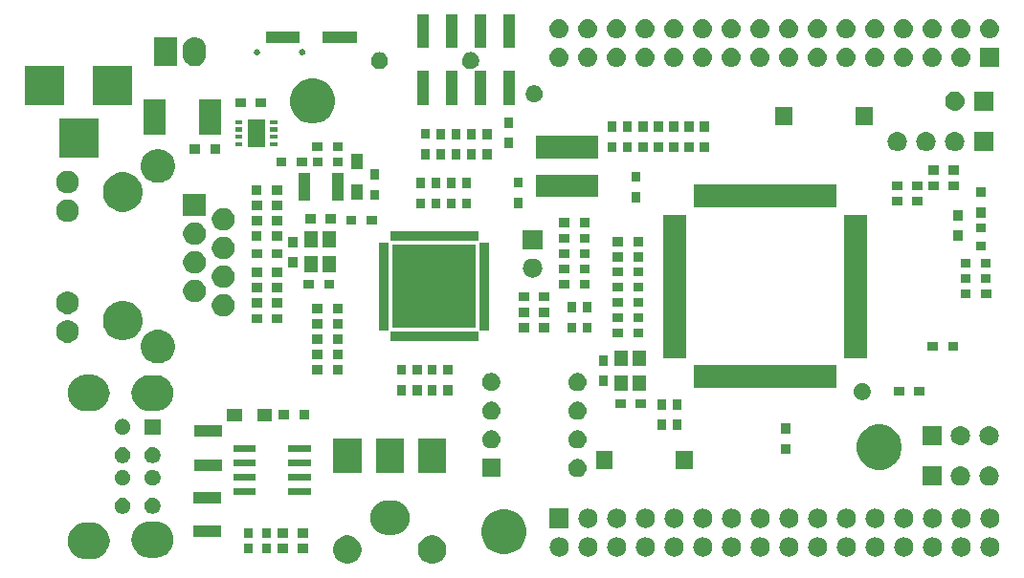
<source format=gts>
G04 #@! TF.GenerationSoftware,KiCad,Pcbnew,5.0.1+dfsg1-3~bpo9+1*
G04 #@! TF.CreationDate,2019-01-18T15:45:32+07:00*
G04 #@! TF.ProjectId,DEV BOARD,44455620424F4152442E6B696361645F,rev?*
G04 #@! TF.SameCoordinates,PX6539160PY6d28560*
G04 #@! TF.FileFunction,Soldermask,Top*
G04 #@! TF.FilePolarity,Negative*
%FSLAX46Y46*%
G04 Gerber Fmt 4.6, Leading zero omitted, Abs format (unit mm)*
G04 Created by KiCad (PCBNEW 5.0.1+dfsg1-3~bpo9+1) date Fri 18 Jan 2019 03:45:32 PM +07*
%MOMM*%
%LPD*%
G01*
G04 APERTURE LIST*
%ADD10C,0.100000*%
G04 APERTURE END LIST*
D10*
G36*
X38594612Y2981963D02*
X38822096Y2887736D01*
X39026831Y2750936D01*
X39200936Y2576831D01*
X39337736Y2372096D01*
X39431963Y2144612D01*
X39480000Y1903115D01*
X39480000Y1656885D01*
X39431963Y1415388D01*
X39337736Y1187904D01*
X39200936Y983169D01*
X39026831Y809064D01*
X38822096Y672264D01*
X38594612Y578037D01*
X38353115Y530000D01*
X38106885Y530000D01*
X37865388Y578037D01*
X37637904Y672264D01*
X37433169Y809064D01*
X37259064Y983169D01*
X37122264Y1187904D01*
X37028037Y1415388D01*
X36980000Y1656885D01*
X36980000Y1903115D01*
X37028037Y2144612D01*
X37122264Y2372096D01*
X37259064Y2576831D01*
X37433169Y2750936D01*
X37637904Y2887736D01*
X37865388Y2981963D01*
X38106885Y3030000D01*
X38353115Y3030000D01*
X38594612Y2981963D01*
X38594612Y2981963D01*
G37*
G36*
X31094612Y2981963D02*
X31322096Y2887736D01*
X31526831Y2750936D01*
X31700936Y2576831D01*
X31837736Y2372096D01*
X31931963Y2144612D01*
X31980000Y1903115D01*
X31980000Y1656885D01*
X31931963Y1415388D01*
X31837736Y1187904D01*
X31700936Y983169D01*
X31526831Y809064D01*
X31322096Y672264D01*
X31094612Y578037D01*
X30853115Y530000D01*
X30606885Y530000D01*
X30365388Y578037D01*
X30137904Y672264D01*
X29933169Y809064D01*
X29759064Y983169D01*
X29622264Y1187904D01*
X29528037Y1415388D01*
X29480000Y1656885D01*
X29480000Y1903115D01*
X29528037Y2144612D01*
X29622264Y2372096D01*
X29759064Y2576831D01*
X29933169Y2750936D01*
X30137904Y2887736D01*
X30365388Y2981963D01*
X30606885Y3030000D01*
X30853115Y3030000D01*
X31094612Y2981963D01*
X31094612Y2981963D01*
G37*
G36*
X8246950Y4152283D02*
X8403655Y4136849D01*
X8604722Y4075856D01*
X8705257Y4045359D01*
X8796126Y3996788D01*
X8983213Y3896788D01*
X9226845Y3696845D01*
X9426788Y3453213D01*
X9478342Y3356762D01*
X9575359Y3175257D01*
X9595154Y3110000D01*
X9666849Y2873655D01*
X9697741Y2560000D01*
X9666849Y2246345D01*
X9635988Y2144611D01*
X9575359Y1944743D01*
X9521174Y1843371D01*
X9426788Y1666787D01*
X9226845Y1423155D01*
X8983213Y1223212D01*
X8917156Y1187904D01*
X8705257Y1074641D01*
X8604722Y1044144D01*
X8403655Y983151D01*
X8246950Y967717D01*
X8168598Y960000D01*
X7511402Y960000D01*
X7433050Y967717D01*
X7276345Y983151D01*
X7075278Y1044144D01*
X6974743Y1074641D01*
X6762844Y1187904D01*
X6696787Y1223212D01*
X6453155Y1423155D01*
X6253212Y1666787D01*
X6158826Y1843371D01*
X6104641Y1944743D01*
X6044012Y2144611D01*
X6013151Y2246345D01*
X5982259Y2560000D01*
X6013151Y2873655D01*
X6084846Y3110000D01*
X6104641Y3175257D01*
X6201658Y3356762D01*
X6253212Y3453213D01*
X6453155Y3696845D01*
X6696787Y3896788D01*
X6883874Y3996788D01*
X6974743Y4045359D01*
X7075278Y4075856D01*
X7276345Y4136849D01*
X7433050Y4152283D01*
X7511402Y4160000D01*
X8168598Y4160000D01*
X8246950Y4152283D01*
X8246950Y4152283D01*
G37*
G36*
X13896950Y4252283D02*
X14053655Y4236849D01*
X14254722Y4175856D01*
X14355257Y4145359D01*
X14485989Y4075481D01*
X14633213Y3996788D01*
X14876845Y3796845D01*
X15076788Y3553213D01*
X15130239Y3453213D01*
X15225359Y3275257D01*
X15255693Y3175257D01*
X15316849Y2973655D01*
X15347741Y2660000D01*
X15316849Y2346345D01*
X15313970Y2336855D01*
X15225359Y2044743D01*
X15149657Y1903115D01*
X15076788Y1766787D01*
X14876845Y1523155D01*
X14633213Y1323212D01*
X14589470Y1299831D01*
X14355257Y1174641D01*
X14254722Y1144144D01*
X14053655Y1083151D01*
X13896950Y1067717D01*
X13818598Y1060000D01*
X13161402Y1060000D01*
X13083050Y1067717D01*
X12926345Y1083151D01*
X12725278Y1144144D01*
X12624743Y1174641D01*
X12390530Y1299831D01*
X12346787Y1323212D01*
X12103155Y1523155D01*
X11903212Y1766787D01*
X11830343Y1903115D01*
X11754641Y2044743D01*
X11666030Y2336855D01*
X11663151Y2346345D01*
X11632259Y2660000D01*
X11663151Y2973655D01*
X11724307Y3175257D01*
X11754641Y3275257D01*
X11849761Y3453213D01*
X11903212Y3553213D01*
X12103155Y3796845D01*
X12346787Y3996788D01*
X12494011Y4075481D01*
X12624743Y4145359D01*
X12725278Y4175856D01*
X12926345Y4236849D01*
X13083050Y4252283D01*
X13161402Y4260000D01*
X13818598Y4260000D01*
X13896950Y4252283D01*
X13896950Y4252283D01*
G37*
G36*
X87746630Y2847701D02*
X87906855Y2799097D01*
X88054520Y2720169D01*
X88183949Y2613949D01*
X88290169Y2484520D01*
X88369097Y2336855D01*
X88417701Y2176630D01*
X88434112Y2010000D01*
X88417701Y1843370D01*
X88369097Y1683145D01*
X88290169Y1535480D01*
X88183949Y1406051D01*
X88054520Y1299831D01*
X87906855Y1220903D01*
X87746630Y1172299D01*
X87621752Y1160000D01*
X87538248Y1160000D01*
X87413370Y1172299D01*
X87253145Y1220903D01*
X87105480Y1299831D01*
X86976051Y1406051D01*
X86869831Y1535480D01*
X86790903Y1683145D01*
X86742299Y1843370D01*
X86725888Y2010000D01*
X86742299Y2176630D01*
X86790903Y2336855D01*
X86869831Y2484520D01*
X86976051Y2613949D01*
X87105480Y2720169D01*
X87253145Y2799097D01*
X87413370Y2847701D01*
X87538248Y2860000D01*
X87621752Y2860000D01*
X87746630Y2847701D01*
X87746630Y2847701D01*
G37*
G36*
X72506630Y2847701D02*
X72666855Y2799097D01*
X72814520Y2720169D01*
X72943949Y2613949D01*
X73050169Y2484520D01*
X73129097Y2336855D01*
X73177701Y2176630D01*
X73194112Y2010000D01*
X73177701Y1843370D01*
X73129097Y1683145D01*
X73050169Y1535480D01*
X72943949Y1406051D01*
X72814520Y1299831D01*
X72666855Y1220903D01*
X72506630Y1172299D01*
X72381752Y1160000D01*
X72298248Y1160000D01*
X72173370Y1172299D01*
X72013145Y1220903D01*
X71865480Y1299831D01*
X71736051Y1406051D01*
X71629831Y1535480D01*
X71550903Y1683145D01*
X71502299Y1843370D01*
X71485888Y2010000D01*
X71502299Y2176630D01*
X71550903Y2336855D01*
X71629831Y2484520D01*
X71736051Y2613949D01*
X71865480Y2720169D01*
X72013145Y2799097D01*
X72173370Y2847701D01*
X72298248Y2860000D01*
X72381752Y2860000D01*
X72506630Y2847701D01*
X72506630Y2847701D01*
G37*
G36*
X49646630Y2847701D02*
X49806855Y2799097D01*
X49954520Y2720169D01*
X50083949Y2613949D01*
X50190169Y2484520D01*
X50269097Y2336855D01*
X50317701Y2176630D01*
X50334112Y2010000D01*
X50317701Y1843370D01*
X50269097Y1683145D01*
X50190169Y1535480D01*
X50083949Y1406051D01*
X49954520Y1299831D01*
X49806855Y1220903D01*
X49646630Y1172299D01*
X49521752Y1160000D01*
X49438248Y1160000D01*
X49313370Y1172299D01*
X49153145Y1220903D01*
X49005480Y1299831D01*
X48876051Y1406051D01*
X48769831Y1535480D01*
X48690903Y1683145D01*
X48642299Y1843370D01*
X48625888Y2010000D01*
X48642299Y2176630D01*
X48690903Y2336855D01*
X48769831Y2484520D01*
X48876051Y2613949D01*
X49005480Y2720169D01*
X49153145Y2799097D01*
X49313370Y2847701D01*
X49438248Y2860000D01*
X49521752Y2860000D01*
X49646630Y2847701D01*
X49646630Y2847701D01*
G37*
G36*
X52186630Y2847701D02*
X52346855Y2799097D01*
X52494520Y2720169D01*
X52623949Y2613949D01*
X52730169Y2484520D01*
X52809097Y2336855D01*
X52857701Y2176630D01*
X52874112Y2010000D01*
X52857701Y1843370D01*
X52809097Y1683145D01*
X52730169Y1535480D01*
X52623949Y1406051D01*
X52494520Y1299831D01*
X52346855Y1220903D01*
X52186630Y1172299D01*
X52061752Y1160000D01*
X51978248Y1160000D01*
X51853370Y1172299D01*
X51693145Y1220903D01*
X51545480Y1299831D01*
X51416051Y1406051D01*
X51309831Y1535480D01*
X51230903Y1683145D01*
X51182299Y1843370D01*
X51165888Y2010000D01*
X51182299Y2176630D01*
X51230903Y2336855D01*
X51309831Y2484520D01*
X51416051Y2613949D01*
X51545480Y2720169D01*
X51693145Y2799097D01*
X51853370Y2847701D01*
X51978248Y2860000D01*
X52061752Y2860000D01*
X52186630Y2847701D01*
X52186630Y2847701D01*
G37*
G36*
X54726630Y2847701D02*
X54886855Y2799097D01*
X55034520Y2720169D01*
X55163949Y2613949D01*
X55270169Y2484520D01*
X55349097Y2336855D01*
X55397701Y2176630D01*
X55414112Y2010000D01*
X55397701Y1843370D01*
X55349097Y1683145D01*
X55270169Y1535480D01*
X55163949Y1406051D01*
X55034520Y1299831D01*
X54886855Y1220903D01*
X54726630Y1172299D01*
X54601752Y1160000D01*
X54518248Y1160000D01*
X54393370Y1172299D01*
X54233145Y1220903D01*
X54085480Y1299831D01*
X53956051Y1406051D01*
X53849831Y1535480D01*
X53770903Y1683145D01*
X53722299Y1843370D01*
X53705888Y2010000D01*
X53722299Y2176630D01*
X53770903Y2336855D01*
X53849831Y2484520D01*
X53956051Y2613949D01*
X54085480Y2720169D01*
X54233145Y2799097D01*
X54393370Y2847701D01*
X54518248Y2860000D01*
X54601752Y2860000D01*
X54726630Y2847701D01*
X54726630Y2847701D01*
G37*
G36*
X57266630Y2847701D02*
X57426855Y2799097D01*
X57574520Y2720169D01*
X57703949Y2613949D01*
X57810169Y2484520D01*
X57889097Y2336855D01*
X57937701Y2176630D01*
X57954112Y2010000D01*
X57937701Y1843370D01*
X57889097Y1683145D01*
X57810169Y1535480D01*
X57703949Y1406051D01*
X57574520Y1299831D01*
X57426855Y1220903D01*
X57266630Y1172299D01*
X57141752Y1160000D01*
X57058248Y1160000D01*
X56933370Y1172299D01*
X56773145Y1220903D01*
X56625480Y1299831D01*
X56496051Y1406051D01*
X56389831Y1535480D01*
X56310903Y1683145D01*
X56262299Y1843370D01*
X56245888Y2010000D01*
X56262299Y2176630D01*
X56310903Y2336855D01*
X56389831Y2484520D01*
X56496051Y2613949D01*
X56625480Y2720169D01*
X56773145Y2799097D01*
X56933370Y2847701D01*
X57058248Y2860000D01*
X57141752Y2860000D01*
X57266630Y2847701D01*
X57266630Y2847701D01*
G37*
G36*
X59806630Y2847701D02*
X59966855Y2799097D01*
X60114520Y2720169D01*
X60243949Y2613949D01*
X60350169Y2484520D01*
X60429097Y2336855D01*
X60477701Y2176630D01*
X60494112Y2010000D01*
X60477701Y1843370D01*
X60429097Y1683145D01*
X60350169Y1535480D01*
X60243949Y1406051D01*
X60114520Y1299831D01*
X59966855Y1220903D01*
X59806630Y1172299D01*
X59681752Y1160000D01*
X59598248Y1160000D01*
X59473370Y1172299D01*
X59313145Y1220903D01*
X59165480Y1299831D01*
X59036051Y1406051D01*
X58929831Y1535480D01*
X58850903Y1683145D01*
X58802299Y1843370D01*
X58785888Y2010000D01*
X58802299Y2176630D01*
X58850903Y2336855D01*
X58929831Y2484520D01*
X59036051Y2613949D01*
X59165480Y2720169D01*
X59313145Y2799097D01*
X59473370Y2847701D01*
X59598248Y2860000D01*
X59681752Y2860000D01*
X59806630Y2847701D01*
X59806630Y2847701D01*
G37*
G36*
X62346630Y2847701D02*
X62506855Y2799097D01*
X62654520Y2720169D01*
X62783949Y2613949D01*
X62890169Y2484520D01*
X62969097Y2336855D01*
X63017701Y2176630D01*
X63034112Y2010000D01*
X63017701Y1843370D01*
X62969097Y1683145D01*
X62890169Y1535480D01*
X62783949Y1406051D01*
X62654520Y1299831D01*
X62506855Y1220903D01*
X62346630Y1172299D01*
X62221752Y1160000D01*
X62138248Y1160000D01*
X62013370Y1172299D01*
X61853145Y1220903D01*
X61705480Y1299831D01*
X61576051Y1406051D01*
X61469831Y1535480D01*
X61390903Y1683145D01*
X61342299Y1843370D01*
X61325888Y2010000D01*
X61342299Y2176630D01*
X61390903Y2336855D01*
X61469831Y2484520D01*
X61576051Y2613949D01*
X61705480Y2720169D01*
X61853145Y2799097D01*
X62013370Y2847701D01*
X62138248Y2860000D01*
X62221752Y2860000D01*
X62346630Y2847701D01*
X62346630Y2847701D01*
G37*
G36*
X64886630Y2847701D02*
X65046855Y2799097D01*
X65194520Y2720169D01*
X65323949Y2613949D01*
X65430169Y2484520D01*
X65509097Y2336855D01*
X65557701Y2176630D01*
X65574112Y2010000D01*
X65557701Y1843370D01*
X65509097Y1683145D01*
X65430169Y1535480D01*
X65323949Y1406051D01*
X65194520Y1299831D01*
X65046855Y1220903D01*
X64886630Y1172299D01*
X64761752Y1160000D01*
X64678248Y1160000D01*
X64553370Y1172299D01*
X64393145Y1220903D01*
X64245480Y1299831D01*
X64116051Y1406051D01*
X64009831Y1535480D01*
X63930903Y1683145D01*
X63882299Y1843370D01*
X63865888Y2010000D01*
X63882299Y2176630D01*
X63930903Y2336855D01*
X64009831Y2484520D01*
X64116051Y2613949D01*
X64245480Y2720169D01*
X64393145Y2799097D01*
X64553370Y2847701D01*
X64678248Y2860000D01*
X64761752Y2860000D01*
X64886630Y2847701D01*
X64886630Y2847701D01*
G37*
G36*
X69966630Y2847701D02*
X70126855Y2799097D01*
X70274520Y2720169D01*
X70403949Y2613949D01*
X70510169Y2484520D01*
X70589097Y2336855D01*
X70637701Y2176630D01*
X70654112Y2010000D01*
X70637701Y1843370D01*
X70589097Y1683145D01*
X70510169Y1535480D01*
X70403949Y1406051D01*
X70274520Y1299831D01*
X70126855Y1220903D01*
X69966630Y1172299D01*
X69841752Y1160000D01*
X69758248Y1160000D01*
X69633370Y1172299D01*
X69473145Y1220903D01*
X69325480Y1299831D01*
X69196051Y1406051D01*
X69089831Y1535480D01*
X69010903Y1683145D01*
X68962299Y1843370D01*
X68945888Y2010000D01*
X68962299Y2176630D01*
X69010903Y2336855D01*
X69089831Y2484520D01*
X69196051Y2613949D01*
X69325480Y2720169D01*
X69473145Y2799097D01*
X69633370Y2847701D01*
X69758248Y2860000D01*
X69841752Y2860000D01*
X69966630Y2847701D01*
X69966630Y2847701D01*
G37*
G36*
X75046630Y2847701D02*
X75206855Y2799097D01*
X75354520Y2720169D01*
X75483949Y2613949D01*
X75590169Y2484520D01*
X75669097Y2336855D01*
X75717701Y2176630D01*
X75734112Y2010000D01*
X75717701Y1843370D01*
X75669097Y1683145D01*
X75590169Y1535480D01*
X75483949Y1406051D01*
X75354520Y1299831D01*
X75206855Y1220903D01*
X75046630Y1172299D01*
X74921752Y1160000D01*
X74838248Y1160000D01*
X74713370Y1172299D01*
X74553145Y1220903D01*
X74405480Y1299831D01*
X74276051Y1406051D01*
X74169831Y1535480D01*
X74090903Y1683145D01*
X74042299Y1843370D01*
X74025888Y2010000D01*
X74042299Y2176630D01*
X74090903Y2336855D01*
X74169831Y2484520D01*
X74276051Y2613949D01*
X74405480Y2720169D01*
X74553145Y2799097D01*
X74713370Y2847701D01*
X74838248Y2860000D01*
X74921752Y2860000D01*
X75046630Y2847701D01*
X75046630Y2847701D01*
G37*
G36*
X77586630Y2847701D02*
X77746855Y2799097D01*
X77894520Y2720169D01*
X78023949Y2613949D01*
X78130169Y2484520D01*
X78209097Y2336855D01*
X78257701Y2176630D01*
X78274112Y2010000D01*
X78257701Y1843370D01*
X78209097Y1683145D01*
X78130169Y1535480D01*
X78023949Y1406051D01*
X77894520Y1299831D01*
X77746855Y1220903D01*
X77586630Y1172299D01*
X77461752Y1160000D01*
X77378248Y1160000D01*
X77253370Y1172299D01*
X77093145Y1220903D01*
X76945480Y1299831D01*
X76816051Y1406051D01*
X76709831Y1535480D01*
X76630903Y1683145D01*
X76582299Y1843370D01*
X76565888Y2010000D01*
X76582299Y2176630D01*
X76630903Y2336855D01*
X76709831Y2484520D01*
X76816051Y2613949D01*
X76945480Y2720169D01*
X77093145Y2799097D01*
X77253370Y2847701D01*
X77378248Y2860000D01*
X77461752Y2860000D01*
X77586630Y2847701D01*
X77586630Y2847701D01*
G37*
G36*
X80126630Y2847701D02*
X80286855Y2799097D01*
X80434520Y2720169D01*
X80563949Y2613949D01*
X80670169Y2484520D01*
X80749097Y2336855D01*
X80797701Y2176630D01*
X80814112Y2010000D01*
X80797701Y1843370D01*
X80749097Y1683145D01*
X80670169Y1535480D01*
X80563949Y1406051D01*
X80434520Y1299831D01*
X80286855Y1220903D01*
X80126630Y1172299D01*
X80001752Y1160000D01*
X79918248Y1160000D01*
X79793370Y1172299D01*
X79633145Y1220903D01*
X79485480Y1299831D01*
X79356051Y1406051D01*
X79249831Y1535480D01*
X79170903Y1683145D01*
X79122299Y1843370D01*
X79105888Y2010000D01*
X79122299Y2176630D01*
X79170903Y2336855D01*
X79249831Y2484520D01*
X79356051Y2613949D01*
X79485480Y2720169D01*
X79633145Y2799097D01*
X79793370Y2847701D01*
X79918248Y2860000D01*
X80001752Y2860000D01*
X80126630Y2847701D01*
X80126630Y2847701D01*
G37*
G36*
X82666630Y2847701D02*
X82826855Y2799097D01*
X82974520Y2720169D01*
X83103949Y2613949D01*
X83210169Y2484520D01*
X83289097Y2336855D01*
X83337701Y2176630D01*
X83354112Y2010000D01*
X83337701Y1843370D01*
X83289097Y1683145D01*
X83210169Y1535480D01*
X83103949Y1406051D01*
X82974520Y1299831D01*
X82826855Y1220903D01*
X82666630Y1172299D01*
X82541752Y1160000D01*
X82458248Y1160000D01*
X82333370Y1172299D01*
X82173145Y1220903D01*
X82025480Y1299831D01*
X81896051Y1406051D01*
X81789831Y1535480D01*
X81710903Y1683145D01*
X81662299Y1843370D01*
X81645888Y2010000D01*
X81662299Y2176630D01*
X81710903Y2336855D01*
X81789831Y2484520D01*
X81896051Y2613949D01*
X82025480Y2720169D01*
X82173145Y2799097D01*
X82333370Y2847701D01*
X82458248Y2860000D01*
X82541752Y2860000D01*
X82666630Y2847701D01*
X82666630Y2847701D01*
G37*
G36*
X85206630Y2847701D02*
X85366855Y2799097D01*
X85514520Y2720169D01*
X85643949Y2613949D01*
X85750169Y2484520D01*
X85829097Y2336855D01*
X85877701Y2176630D01*
X85894112Y2010000D01*
X85877701Y1843370D01*
X85829097Y1683145D01*
X85750169Y1535480D01*
X85643949Y1406051D01*
X85514520Y1299831D01*
X85366855Y1220903D01*
X85206630Y1172299D01*
X85081752Y1160000D01*
X84998248Y1160000D01*
X84873370Y1172299D01*
X84713145Y1220903D01*
X84565480Y1299831D01*
X84436051Y1406051D01*
X84329831Y1535480D01*
X84250903Y1683145D01*
X84202299Y1843370D01*
X84185888Y2010000D01*
X84202299Y2176630D01*
X84250903Y2336855D01*
X84329831Y2484520D01*
X84436051Y2613949D01*
X84565480Y2720169D01*
X84713145Y2799097D01*
X84873370Y2847701D01*
X84998248Y2860000D01*
X85081752Y2860000D01*
X85206630Y2847701D01*
X85206630Y2847701D01*
G37*
G36*
X67426630Y2847701D02*
X67586855Y2799097D01*
X67734520Y2720169D01*
X67863949Y2613949D01*
X67970169Y2484520D01*
X68049097Y2336855D01*
X68097701Y2176630D01*
X68114112Y2010000D01*
X68097701Y1843370D01*
X68049097Y1683145D01*
X67970169Y1535480D01*
X67863949Y1406051D01*
X67734520Y1299831D01*
X67586855Y1220903D01*
X67426630Y1172299D01*
X67301752Y1160000D01*
X67218248Y1160000D01*
X67093370Y1172299D01*
X66933145Y1220903D01*
X66785480Y1299831D01*
X66656051Y1406051D01*
X66549831Y1535480D01*
X66470903Y1683145D01*
X66422299Y1843370D01*
X66405888Y2010000D01*
X66422299Y2176630D01*
X66470903Y2336855D01*
X66549831Y2484520D01*
X66656051Y2613949D01*
X66785480Y2720169D01*
X66933145Y2799097D01*
X67093370Y2847701D01*
X67218248Y2860000D01*
X67301752Y2860000D01*
X67426630Y2847701D01*
X67426630Y2847701D01*
G37*
G36*
X45163378Y5293141D02*
X45527354Y5142378D01*
X45854929Y4923499D01*
X46133499Y4644929D01*
X46352378Y4317354D01*
X46503141Y3953378D01*
X46580000Y3566984D01*
X46580000Y3173016D01*
X46503141Y2786622D01*
X46352378Y2422646D01*
X46133499Y2095071D01*
X45854929Y1816501D01*
X45527354Y1597622D01*
X45163378Y1446859D01*
X44776984Y1370000D01*
X44383016Y1370000D01*
X43996622Y1446859D01*
X43632646Y1597622D01*
X43305071Y1816501D01*
X43026501Y2095071D01*
X42807622Y2422646D01*
X42656859Y2786622D01*
X42580000Y3173016D01*
X42580000Y3566984D01*
X42656859Y3953378D01*
X42807622Y4317354D01*
X43026501Y4644929D01*
X43305071Y4923499D01*
X43632646Y5142378D01*
X43996622Y5293141D01*
X44383016Y5370000D01*
X44776984Y5370000D01*
X45163378Y5293141D01*
X45163378Y5293141D01*
G37*
G36*
X27250000Y1480000D02*
X26350000Y1480000D01*
X26350000Y2280000D01*
X27250000Y2280000D01*
X27250000Y1480000D01*
X27250000Y1480000D01*
G37*
G36*
X25450000Y1480000D02*
X24550000Y1480000D01*
X24550000Y2280000D01*
X25450000Y2280000D01*
X25450000Y1480000D01*
X25450000Y1480000D01*
G37*
G36*
X23960000Y1480000D02*
X23160000Y1480000D01*
X23160000Y2280000D01*
X23960000Y2280000D01*
X23960000Y1480000D01*
X23960000Y1480000D01*
G37*
G36*
X22360000Y1480000D02*
X21560000Y1480000D01*
X21560000Y2280000D01*
X22360000Y2280000D01*
X22360000Y1480000D01*
X22360000Y1480000D01*
G37*
G36*
X22360000Y2840000D02*
X21560000Y2840000D01*
X21560000Y3640000D01*
X22360000Y3640000D01*
X22360000Y2840000D01*
X22360000Y2840000D01*
G37*
G36*
X27250000Y2840000D02*
X26350000Y2840000D01*
X26350000Y3640000D01*
X27250000Y3640000D01*
X27250000Y2840000D01*
X27250000Y2840000D01*
G37*
G36*
X25450000Y2840000D02*
X24550000Y2840000D01*
X24550000Y3640000D01*
X25450000Y3640000D01*
X25450000Y2840000D01*
X25450000Y2840000D01*
G37*
G36*
X23960000Y2840000D02*
X23160000Y2840000D01*
X23160000Y3640000D01*
X23960000Y3640000D01*
X23960000Y2840000D01*
X23960000Y2840000D01*
G37*
G36*
X19600000Y2890000D02*
X17100000Y2890000D01*
X17100000Y3890000D01*
X19600000Y3890000D01*
X19600000Y2890000D01*
X19600000Y2890000D01*
G37*
G36*
X35049048Y6088296D02*
X35049051Y6088295D01*
X35331802Y6002524D01*
X35331804Y6002523D01*
X35592389Y5863237D01*
X35820792Y5675792D01*
X36008237Y5447389D01*
X36108308Y5260169D01*
X36147524Y5186802D01*
X36161000Y5142377D01*
X36233296Y4904048D01*
X36262257Y4610000D01*
X36233296Y4315952D01*
X36147523Y4033196D01*
X36008237Y3772611D01*
X35820792Y3544208D01*
X35592389Y3356763D01*
X35331804Y3217477D01*
X35331802Y3217476D01*
X35192620Y3175256D01*
X35049048Y3131704D01*
X34828684Y3110000D01*
X34166316Y3110000D01*
X33945952Y3131704D01*
X33802380Y3175256D01*
X33663198Y3217476D01*
X33663196Y3217477D01*
X33402611Y3356763D01*
X33174208Y3544208D01*
X32986763Y3772611D01*
X32847477Y4033196D01*
X32761704Y4315952D01*
X32732743Y4610000D01*
X32761704Y4904048D01*
X32834000Y5142377D01*
X32847476Y5186802D01*
X32886692Y5260169D01*
X32986763Y5447389D01*
X33174208Y5675792D01*
X33402611Y5863237D01*
X33663196Y6002523D01*
X33663198Y6002524D01*
X33945949Y6088295D01*
X33945952Y6088296D01*
X34166316Y6110000D01*
X34828684Y6110000D01*
X35049048Y6088296D01*
X35049048Y6088296D01*
G37*
G36*
X50330000Y3700000D02*
X48630000Y3700000D01*
X48630000Y5400000D01*
X50330000Y5400000D01*
X50330000Y3700000D01*
X50330000Y3700000D01*
G37*
G36*
X85206630Y5387701D02*
X85366855Y5339097D01*
X85514520Y5260169D01*
X85643949Y5153949D01*
X85750169Y5024520D01*
X85829097Y4876855D01*
X85877701Y4716630D01*
X85894112Y4550000D01*
X85877701Y4383370D01*
X85829097Y4223145D01*
X85750169Y4075480D01*
X85643949Y3946051D01*
X85514520Y3839831D01*
X85366855Y3760903D01*
X85206630Y3712299D01*
X85081752Y3700000D01*
X84998248Y3700000D01*
X84873370Y3712299D01*
X84713145Y3760903D01*
X84565480Y3839831D01*
X84436051Y3946051D01*
X84329831Y4075480D01*
X84250903Y4223145D01*
X84202299Y4383370D01*
X84185888Y4550000D01*
X84202299Y4716630D01*
X84250903Y4876855D01*
X84329831Y5024520D01*
X84436051Y5153949D01*
X84565480Y5260169D01*
X84713145Y5339097D01*
X84873370Y5387701D01*
X84998248Y5400000D01*
X85081752Y5400000D01*
X85206630Y5387701D01*
X85206630Y5387701D01*
G37*
G36*
X82666630Y5387701D02*
X82826855Y5339097D01*
X82974520Y5260169D01*
X83103949Y5153949D01*
X83210169Y5024520D01*
X83289097Y4876855D01*
X83337701Y4716630D01*
X83354112Y4550000D01*
X83337701Y4383370D01*
X83289097Y4223145D01*
X83210169Y4075480D01*
X83103949Y3946051D01*
X82974520Y3839831D01*
X82826855Y3760903D01*
X82666630Y3712299D01*
X82541752Y3700000D01*
X82458248Y3700000D01*
X82333370Y3712299D01*
X82173145Y3760903D01*
X82025480Y3839831D01*
X81896051Y3946051D01*
X81789831Y4075480D01*
X81710903Y4223145D01*
X81662299Y4383370D01*
X81645888Y4550000D01*
X81662299Y4716630D01*
X81710903Y4876855D01*
X81789831Y5024520D01*
X81896051Y5153949D01*
X82025480Y5260169D01*
X82173145Y5339097D01*
X82333370Y5387701D01*
X82458248Y5400000D01*
X82541752Y5400000D01*
X82666630Y5387701D01*
X82666630Y5387701D01*
G37*
G36*
X80126630Y5387701D02*
X80286855Y5339097D01*
X80434520Y5260169D01*
X80563949Y5153949D01*
X80670169Y5024520D01*
X80749097Y4876855D01*
X80797701Y4716630D01*
X80814112Y4550000D01*
X80797701Y4383370D01*
X80749097Y4223145D01*
X80670169Y4075480D01*
X80563949Y3946051D01*
X80434520Y3839831D01*
X80286855Y3760903D01*
X80126630Y3712299D01*
X80001752Y3700000D01*
X79918248Y3700000D01*
X79793370Y3712299D01*
X79633145Y3760903D01*
X79485480Y3839831D01*
X79356051Y3946051D01*
X79249831Y4075480D01*
X79170903Y4223145D01*
X79122299Y4383370D01*
X79105888Y4550000D01*
X79122299Y4716630D01*
X79170903Y4876855D01*
X79249831Y5024520D01*
X79356051Y5153949D01*
X79485480Y5260169D01*
X79633145Y5339097D01*
X79793370Y5387701D01*
X79918248Y5400000D01*
X80001752Y5400000D01*
X80126630Y5387701D01*
X80126630Y5387701D01*
G37*
G36*
X87746630Y5387701D02*
X87906855Y5339097D01*
X88054520Y5260169D01*
X88183949Y5153949D01*
X88290169Y5024520D01*
X88369097Y4876855D01*
X88417701Y4716630D01*
X88434112Y4550000D01*
X88417701Y4383370D01*
X88369097Y4223145D01*
X88290169Y4075480D01*
X88183949Y3946051D01*
X88054520Y3839831D01*
X87906855Y3760903D01*
X87746630Y3712299D01*
X87621752Y3700000D01*
X87538248Y3700000D01*
X87413370Y3712299D01*
X87253145Y3760903D01*
X87105480Y3839831D01*
X86976051Y3946051D01*
X86869831Y4075480D01*
X86790903Y4223145D01*
X86742299Y4383370D01*
X86725888Y4550000D01*
X86742299Y4716630D01*
X86790903Y4876855D01*
X86869831Y5024520D01*
X86976051Y5153949D01*
X87105480Y5260169D01*
X87253145Y5339097D01*
X87413370Y5387701D01*
X87538248Y5400000D01*
X87621752Y5400000D01*
X87746630Y5387701D01*
X87746630Y5387701D01*
G37*
G36*
X77586630Y5387701D02*
X77746855Y5339097D01*
X77894520Y5260169D01*
X78023949Y5153949D01*
X78130169Y5024520D01*
X78209097Y4876855D01*
X78257701Y4716630D01*
X78274112Y4550000D01*
X78257701Y4383370D01*
X78209097Y4223145D01*
X78130169Y4075480D01*
X78023949Y3946051D01*
X77894520Y3839831D01*
X77746855Y3760903D01*
X77586630Y3712299D01*
X77461752Y3700000D01*
X77378248Y3700000D01*
X77253370Y3712299D01*
X77093145Y3760903D01*
X76945480Y3839831D01*
X76816051Y3946051D01*
X76709831Y4075480D01*
X76630903Y4223145D01*
X76582299Y4383370D01*
X76565888Y4550000D01*
X76582299Y4716630D01*
X76630903Y4876855D01*
X76709831Y5024520D01*
X76816051Y5153949D01*
X76945480Y5260169D01*
X77093145Y5339097D01*
X77253370Y5387701D01*
X77378248Y5400000D01*
X77461752Y5400000D01*
X77586630Y5387701D01*
X77586630Y5387701D01*
G37*
G36*
X62346630Y5387701D02*
X62506855Y5339097D01*
X62654520Y5260169D01*
X62783949Y5153949D01*
X62890169Y5024520D01*
X62969097Y4876855D01*
X63017701Y4716630D01*
X63034112Y4550000D01*
X63017701Y4383370D01*
X62969097Y4223145D01*
X62890169Y4075480D01*
X62783949Y3946051D01*
X62654520Y3839831D01*
X62506855Y3760903D01*
X62346630Y3712299D01*
X62221752Y3700000D01*
X62138248Y3700000D01*
X62013370Y3712299D01*
X61853145Y3760903D01*
X61705480Y3839831D01*
X61576051Y3946051D01*
X61469831Y4075480D01*
X61390903Y4223145D01*
X61342299Y4383370D01*
X61325888Y4550000D01*
X61342299Y4716630D01*
X61390903Y4876855D01*
X61469831Y5024520D01*
X61576051Y5153949D01*
X61705480Y5260169D01*
X61853145Y5339097D01*
X62013370Y5387701D01*
X62138248Y5400000D01*
X62221752Y5400000D01*
X62346630Y5387701D01*
X62346630Y5387701D01*
G37*
G36*
X64886630Y5387701D02*
X65046855Y5339097D01*
X65194520Y5260169D01*
X65323949Y5153949D01*
X65430169Y5024520D01*
X65509097Y4876855D01*
X65557701Y4716630D01*
X65574112Y4550000D01*
X65557701Y4383370D01*
X65509097Y4223145D01*
X65430169Y4075480D01*
X65323949Y3946051D01*
X65194520Y3839831D01*
X65046855Y3760903D01*
X64886630Y3712299D01*
X64761752Y3700000D01*
X64678248Y3700000D01*
X64553370Y3712299D01*
X64393145Y3760903D01*
X64245480Y3839831D01*
X64116051Y3946051D01*
X64009831Y4075480D01*
X63930903Y4223145D01*
X63882299Y4383370D01*
X63865888Y4550000D01*
X63882299Y4716630D01*
X63930903Y4876855D01*
X64009831Y5024520D01*
X64116051Y5153949D01*
X64245480Y5260169D01*
X64393145Y5339097D01*
X64553370Y5387701D01*
X64678248Y5400000D01*
X64761752Y5400000D01*
X64886630Y5387701D01*
X64886630Y5387701D01*
G37*
G36*
X52186630Y5387701D02*
X52346855Y5339097D01*
X52494520Y5260169D01*
X52623949Y5153949D01*
X52730169Y5024520D01*
X52809097Y4876855D01*
X52857701Y4716630D01*
X52874112Y4550000D01*
X52857701Y4383370D01*
X52809097Y4223145D01*
X52730169Y4075480D01*
X52623949Y3946051D01*
X52494520Y3839831D01*
X52346855Y3760903D01*
X52186630Y3712299D01*
X52061752Y3700000D01*
X51978248Y3700000D01*
X51853370Y3712299D01*
X51693145Y3760903D01*
X51545480Y3839831D01*
X51416051Y3946051D01*
X51309831Y4075480D01*
X51230903Y4223145D01*
X51182299Y4383370D01*
X51165888Y4550000D01*
X51182299Y4716630D01*
X51230903Y4876855D01*
X51309831Y5024520D01*
X51416051Y5153949D01*
X51545480Y5260169D01*
X51693145Y5339097D01*
X51853370Y5387701D01*
X51978248Y5400000D01*
X52061752Y5400000D01*
X52186630Y5387701D01*
X52186630Y5387701D01*
G37*
G36*
X67426630Y5387701D02*
X67586855Y5339097D01*
X67734520Y5260169D01*
X67863949Y5153949D01*
X67970169Y5024520D01*
X68049097Y4876855D01*
X68097701Y4716630D01*
X68114112Y4550000D01*
X68097701Y4383370D01*
X68049097Y4223145D01*
X67970169Y4075480D01*
X67863949Y3946051D01*
X67734520Y3839831D01*
X67586855Y3760903D01*
X67426630Y3712299D01*
X67301752Y3700000D01*
X67218248Y3700000D01*
X67093370Y3712299D01*
X66933145Y3760903D01*
X66785480Y3839831D01*
X66656051Y3946051D01*
X66549831Y4075480D01*
X66470903Y4223145D01*
X66422299Y4383370D01*
X66405888Y4550000D01*
X66422299Y4716630D01*
X66470903Y4876855D01*
X66549831Y5024520D01*
X66656051Y5153949D01*
X66785480Y5260169D01*
X66933145Y5339097D01*
X67093370Y5387701D01*
X67218248Y5400000D01*
X67301752Y5400000D01*
X67426630Y5387701D01*
X67426630Y5387701D01*
G37*
G36*
X54726630Y5387701D02*
X54886855Y5339097D01*
X55034520Y5260169D01*
X55163949Y5153949D01*
X55270169Y5024520D01*
X55349097Y4876855D01*
X55397701Y4716630D01*
X55414112Y4550000D01*
X55397701Y4383370D01*
X55349097Y4223145D01*
X55270169Y4075480D01*
X55163949Y3946051D01*
X55034520Y3839831D01*
X54886855Y3760903D01*
X54726630Y3712299D01*
X54601752Y3700000D01*
X54518248Y3700000D01*
X54393370Y3712299D01*
X54233145Y3760903D01*
X54085480Y3839831D01*
X53956051Y3946051D01*
X53849831Y4075480D01*
X53770903Y4223145D01*
X53722299Y4383370D01*
X53705888Y4550000D01*
X53722299Y4716630D01*
X53770903Y4876855D01*
X53849831Y5024520D01*
X53956051Y5153949D01*
X54085480Y5260169D01*
X54233145Y5339097D01*
X54393370Y5387701D01*
X54518248Y5400000D01*
X54601752Y5400000D01*
X54726630Y5387701D01*
X54726630Y5387701D01*
G37*
G36*
X69966630Y5387701D02*
X70126855Y5339097D01*
X70274520Y5260169D01*
X70403949Y5153949D01*
X70510169Y5024520D01*
X70589097Y4876855D01*
X70637701Y4716630D01*
X70654112Y4550000D01*
X70637701Y4383370D01*
X70589097Y4223145D01*
X70510169Y4075480D01*
X70403949Y3946051D01*
X70274520Y3839831D01*
X70126855Y3760903D01*
X69966630Y3712299D01*
X69841752Y3700000D01*
X69758248Y3700000D01*
X69633370Y3712299D01*
X69473145Y3760903D01*
X69325480Y3839831D01*
X69196051Y3946051D01*
X69089831Y4075480D01*
X69010903Y4223145D01*
X68962299Y4383370D01*
X68945888Y4550000D01*
X68962299Y4716630D01*
X69010903Y4876855D01*
X69089831Y5024520D01*
X69196051Y5153949D01*
X69325480Y5260169D01*
X69473145Y5339097D01*
X69633370Y5387701D01*
X69758248Y5400000D01*
X69841752Y5400000D01*
X69966630Y5387701D01*
X69966630Y5387701D01*
G37*
G36*
X57266630Y5387701D02*
X57426855Y5339097D01*
X57574520Y5260169D01*
X57703949Y5153949D01*
X57810169Y5024520D01*
X57889097Y4876855D01*
X57937701Y4716630D01*
X57954112Y4550000D01*
X57937701Y4383370D01*
X57889097Y4223145D01*
X57810169Y4075480D01*
X57703949Y3946051D01*
X57574520Y3839831D01*
X57426855Y3760903D01*
X57266630Y3712299D01*
X57141752Y3700000D01*
X57058248Y3700000D01*
X56933370Y3712299D01*
X56773145Y3760903D01*
X56625480Y3839831D01*
X56496051Y3946051D01*
X56389831Y4075480D01*
X56310903Y4223145D01*
X56262299Y4383370D01*
X56245888Y4550000D01*
X56262299Y4716630D01*
X56310903Y4876855D01*
X56389831Y5024520D01*
X56496051Y5153949D01*
X56625480Y5260169D01*
X56773145Y5339097D01*
X56933370Y5387701D01*
X57058248Y5400000D01*
X57141752Y5400000D01*
X57266630Y5387701D01*
X57266630Y5387701D01*
G37*
G36*
X72506630Y5387701D02*
X72666855Y5339097D01*
X72814520Y5260169D01*
X72943949Y5153949D01*
X73050169Y5024520D01*
X73129097Y4876855D01*
X73177701Y4716630D01*
X73194112Y4550000D01*
X73177701Y4383370D01*
X73129097Y4223145D01*
X73050169Y4075480D01*
X72943949Y3946051D01*
X72814520Y3839831D01*
X72666855Y3760903D01*
X72506630Y3712299D01*
X72381752Y3700000D01*
X72298248Y3700000D01*
X72173370Y3712299D01*
X72013145Y3760903D01*
X71865480Y3839831D01*
X71736051Y3946051D01*
X71629831Y4075480D01*
X71550903Y4223145D01*
X71502299Y4383370D01*
X71485888Y4550000D01*
X71502299Y4716630D01*
X71550903Y4876855D01*
X71629831Y5024520D01*
X71736051Y5153949D01*
X71865480Y5260169D01*
X72013145Y5339097D01*
X72173370Y5387701D01*
X72298248Y5400000D01*
X72381752Y5400000D01*
X72506630Y5387701D01*
X72506630Y5387701D01*
G37*
G36*
X59806630Y5387701D02*
X59966855Y5339097D01*
X60114520Y5260169D01*
X60243949Y5153949D01*
X60350169Y5024520D01*
X60429097Y4876855D01*
X60477701Y4716630D01*
X60494112Y4550000D01*
X60477701Y4383370D01*
X60429097Y4223145D01*
X60350169Y4075480D01*
X60243949Y3946051D01*
X60114520Y3839831D01*
X59966855Y3760903D01*
X59806630Y3712299D01*
X59681752Y3700000D01*
X59598248Y3700000D01*
X59473370Y3712299D01*
X59313145Y3760903D01*
X59165480Y3839831D01*
X59036051Y3946051D01*
X58929831Y4075480D01*
X58850903Y4223145D01*
X58802299Y4383370D01*
X58785888Y4550000D01*
X58802299Y4716630D01*
X58850903Y4876855D01*
X58929831Y5024520D01*
X59036051Y5153949D01*
X59165480Y5260169D01*
X59313145Y5339097D01*
X59473370Y5387701D01*
X59598248Y5400000D01*
X59681752Y5400000D01*
X59806630Y5387701D01*
X59806630Y5387701D01*
G37*
G36*
X75046630Y5387701D02*
X75206855Y5339097D01*
X75354520Y5260169D01*
X75483949Y5153949D01*
X75590169Y5024520D01*
X75669097Y4876855D01*
X75717701Y4716630D01*
X75734112Y4550000D01*
X75717701Y4383370D01*
X75669097Y4223145D01*
X75590169Y4075480D01*
X75483949Y3946051D01*
X75354520Y3839831D01*
X75206855Y3760903D01*
X75046630Y3712299D01*
X74921752Y3700000D01*
X74838248Y3700000D01*
X74713370Y3712299D01*
X74553145Y3760903D01*
X74405480Y3839831D01*
X74276051Y3946051D01*
X74169831Y4075480D01*
X74090903Y4223145D01*
X74042299Y4383370D01*
X74025888Y4550000D01*
X74042299Y4716630D01*
X74090903Y4876855D01*
X74169831Y5024520D01*
X74276051Y5153949D01*
X74405480Y5260169D01*
X74553145Y5339097D01*
X74713370Y5387701D01*
X74838248Y5400000D01*
X74921752Y5400000D01*
X75046630Y5387701D01*
X75046630Y5387701D01*
G37*
G36*
X13694183Y6333100D02*
X13821574Y6280332D01*
X13936224Y6203726D01*
X14033726Y6106224D01*
X14103016Y6002523D01*
X14110332Y5991574D01*
X14163100Y5864183D01*
X14190000Y5728945D01*
X14190000Y5591055D01*
X14163100Y5455817D01*
X14114752Y5339097D01*
X14110332Y5328426D01*
X14064725Y5260169D01*
X14033725Y5213775D01*
X13936225Y5116275D01*
X13821574Y5039668D01*
X13694183Y4986900D01*
X13558945Y4960000D01*
X13421055Y4960000D01*
X13285817Y4986900D01*
X13158426Y5039668D01*
X13043775Y5116275D01*
X12946275Y5213775D01*
X12915276Y5260169D01*
X12869668Y5328426D01*
X12865248Y5339097D01*
X12816900Y5455817D01*
X12790000Y5591055D01*
X12790000Y5728945D01*
X12816900Y5864183D01*
X12869668Y5991574D01*
X12876984Y6002523D01*
X12946274Y6106224D01*
X13043776Y6203726D01*
X13158426Y6280332D01*
X13285817Y6333100D01*
X13421055Y6360000D01*
X13558945Y6360000D01*
X13694183Y6333100D01*
X13694183Y6333100D01*
G37*
G36*
X11044183Y6333100D02*
X11171574Y6280332D01*
X11286224Y6203726D01*
X11383726Y6106224D01*
X11453016Y6002523D01*
X11460332Y5991574D01*
X11513100Y5864183D01*
X11540000Y5728945D01*
X11540000Y5591055D01*
X11513100Y5455817D01*
X11464752Y5339097D01*
X11460332Y5328426D01*
X11414725Y5260169D01*
X11383725Y5213775D01*
X11286225Y5116275D01*
X11171574Y5039668D01*
X11044183Y4986900D01*
X10908945Y4960000D01*
X10771055Y4960000D01*
X10635817Y4986900D01*
X10508426Y5039668D01*
X10393775Y5116275D01*
X10296275Y5213775D01*
X10265276Y5260169D01*
X10219668Y5328426D01*
X10215248Y5339097D01*
X10166900Y5455817D01*
X10140000Y5591055D01*
X10140000Y5728945D01*
X10166900Y5864183D01*
X10219668Y5991574D01*
X10226984Y6002523D01*
X10296274Y6106224D01*
X10393776Y6203726D01*
X10508426Y6280332D01*
X10635817Y6333100D01*
X10771055Y6360000D01*
X10908945Y6360000D01*
X11044183Y6333100D01*
X11044183Y6333100D01*
G37*
G36*
X19600000Y5890000D02*
X17100000Y5890000D01*
X17100000Y6890000D01*
X19600000Y6890000D01*
X19600000Y5890000D01*
X19600000Y5890000D01*
G37*
G36*
X27520000Y6595000D02*
X25520000Y6595000D01*
X25520000Y7195000D01*
X27520000Y7195000D01*
X27520000Y6595000D01*
X27520000Y6595000D01*
G37*
G36*
X22620000Y6595000D02*
X20620000Y6595000D01*
X20620000Y7195000D01*
X22620000Y7195000D01*
X22620000Y6595000D01*
X22620000Y6595000D01*
G37*
G36*
X87676630Y9127701D02*
X87836855Y9079097D01*
X87984520Y9000169D01*
X88113949Y8893949D01*
X88220169Y8764520D01*
X88299097Y8616855D01*
X88347701Y8456630D01*
X88364112Y8290000D01*
X88347701Y8123370D01*
X88299097Y7963145D01*
X88220169Y7815480D01*
X88113949Y7686051D01*
X87984520Y7579831D01*
X87836855Y7500903D01*
X87676630Y7452299D01*
X87551752Y7440000D01*
X87468248Y7440000D01*
X87343370Y7452299D01*
X87183145Y7500903D01*
X87035480Y7579831D01*
X86906051Y7686051D01*
X86799831Y7815480D01*
X86720903Y7963145D01*
X86672299Y8123370D01*
X86655888Y8290000D01*
X86672299Y8456630D01*
X86720903Y8616855D01*
X86799831Y8764520D01*
X86906051Y8893949D01*
X87035480Y9000169D01*
X87183145Y9079097D01*
X87343370Y9127701D01*
X87468248Y9140000D01*
X87551752Y9140000D01*
X87676630Y9127701D01*
X87676630Y9127701D01*
G37*
G36*
X83280000Y7440000D02*
X81580000Y7440000D01*
X81580000Y9140000D01*
X83280000Y9140000D01*
X83280000Y7440000D01*
X83280000Y7440000D01*
G37*
G36*
X85136630Y9127701D02*
X85296855Y9079097D01*
X85444520Y9000169D01*
X85573949Y8893949D01*
X85680169Y8764520D01*
X85759097Y8616855D01*
X85807701Y8456630D01*
X85824112Y8290000D01*
X85807701Y8123370D01*
X85759097Y7963145D01*
X85680169Y7815480D01*
X85573949Y7686051D01*
X85444520Y7579831D01*
X85296855Y7500903D01*
X85136630Y7452299D01*
X85011752Y7440000D01*
X84928248Y7440000D01*
X84803370Y7452299D01*
X84643145Y7500903D01*
X84495480Y7579831D01*
X84366051Y7686051D01*
X84259831Y7815480D01*
X84180903Y7963145D01*
X84132299Y8123370D01*
X84115888Y8290000D01*
X84132299Y8456630D01*
X84180903Y8616855D01*
X84259831Y8764520D01*
X84366051Y8893949D01*
X84495480Y9000169D01*
X84643145Y9079097D01*
X84803370Y9127701D01*
X84928248Y9140000D01*
X85011752Y9140000D01*
X85136630Y9127701D01*
X85136630Y9127701D01*
G37*
G36*
X13694183Y8833100D02*
X13821574Y8780332D01*
X13845239Y8764520D01*
X13936225Y8703725D01*
X14033725Y8606225D01*
X14110332Y8491574D01*
X14163100Y8364183D01*
X14190000Y8228945D01*
X14190000Y8091055D01*
X14163100Y7955817D01*
X14110332Y7828426D01*
X14033726Y7713776D01*
X13936224Y7616274D01*
X13821574Y7539668D01*
X13694183Y7486900D01*
X13558945Y7460000D01*
X13421055Y7460000D01*
X13285817Y7486900D01*
X13158426Y7539668D01*
X13043776Y7616274D01*
X12946274Y7713776D01*
X12869668Y7828426D01*
X12816900Y7955817D01*
X12790000Y8091055D01*
X12790000Y8228945D01*
X12816900Y8364183D01*
X12869668Y8491574D01*
X12946275Y8606225D01*
X13043775Y8703725D01*
X13134762Y8764520D01*
X13158426Y8780332D01*
X13285817Y8833100D01*
X13421055Y8860000D01*
X13558945Y8860000D01*
X13694183Y8833100D01*
X13694183Y8833100D01*
G37*
G36*
X11044183Y8833100D02*
X11171574Y8780332D01*
X11195239Y8764520D01*
X11286225Y8703725D01*
X11383725Y8606225D01*
X11460332Y8491574D01*
X11513100Y8364183D01*
X11540000Y8228945D01*
X11540000Y8091055D01*
X11513100Y7955817D01*
X11460332Y7828426D01*
X11383726Y7713776D01*
X11286224Y7616274D01*
X11171574Y7539668D01*
X11044183Y7486900D01*
X10908945Y7460000D01*
X10771055Y7460000D01*
X10635817Y7486900D01*
X10508426Y7539668D01*
X10393776Y7616274D01*
X10296274Y7713776D01*
X10219668Y7828426D01*
X10166900Y7955817D01*
X10140000Y8091055D01*
X10140000Y8228945D01*
X10166900Y8364183D01*
X10219668Y8491574D01*
X10296275Y8606225D01*
X10393775Y8703725D01*
X10484762Y8764520D01*
X10508426Y8780332D01*
X10635817Y8833100D01*
X10771055Y8860000D01*
X10908945Y8860000D01*
X11044183Y8833100D01*
X11044183Y8833100D01*
G37*
G36*
X27520000Y7865000D02*
X25520000Y7865000D01*
X25520000Y8465000D01*
X27520000Y8465000D01*
X27520000Y7865000D01*
X27520000Y7865000D01*
G37*
G36*
X22620000Y7865000D02*
X20620000Y7865000D01*
X20620000Y8465000D01*
X22620000Y8465000D01*
X22620000Y7865000D01*
X22620000Y7865000D01*
G37*
G36*
X44260000Y8210000D02*
X42660000Y8210000D01*
X42660000Y9810000D01*
X44260000Y9810000D01*
X44260000Y8210000D01*
X44260000Y8210000D01*
G37*
G36*
X51197649Y9802283D02*
X51236827Y9798424D01*
X51312228Y9775551D01*
X51387629Y9752679D01*
X51526608Y9678392D01*
X51648422Y9578422D01*
X51748392Y9456608D01*
X51822679Y9317629D01*
X51826055Y9306499D01*
X51868424Y9166827D01*
X51883870Y9010000D01*
X51868424Y8853173D01*
X51846328Y8780332D01*
X51822679Y8702371D01*
X51748392Y8563392D01*
X51648422Y8441578D01*
X51526608Y8341608D01*
X51387629Y8267321D01*
X51312227Y8244448D01*
X51236827Y8221576D01*
X51197649Y8217717D01*
X51119295Y8210000D01*
X51040705Y8210000D01*
X50962351Y8217717D01*
X50923173Y8221576D01*
X50847773Y8244448D01*
X50772371Y8267321D01*
X50633392Y8341608D01*
X50511578Y8441578D01*
X50411608Y8563392D01*
X50337321Y8702371D01*
X50313672Y8780332D01*
X50291576Y8853173D01*
X50276130Y9010000D01*
X50291576Y9166827D01*
X50333945Y9306499D01*
X50337321Y9317629D01*
X50411608Y9456608D01*
X50511578Y9578422D01*
X50633392Y9678392D01*
X50772371Y9752679D01*
X50847772Y9775551D01*
X50923173Y9798424D01*
X50962351Y9802283D01*
X51040705Y9810000D01*
X51119295Y9810000D01*
X51197649Y9802283D01*
X51197649Y9802283D01*
G37*
G36*
X39470000Y8610000D02*
X36970000Y8610000D01*
X36970000Y11610000D01*
X39470000Y11610000D01*
X39470000Y8610000D01*
X39470000Y8610000D01*
G37*
G36*
X35740000Y8610000D02*
X33240000Y8610000D01*
X33240000Y11610000D01*
X35740000Y11610000D01*
X35740000Y8610000D01*
X35740000Y8610000D01*
G37*
G36*
X31970000Y8610000D02*
X29470000Y8610000D01*
X29470000Y11610000D01*
X31970000Y11610000D01*
X31970000Y8610000D01*
X31970000Y8610000D01*
G37*
G36*
X19660000Y8770000D02*
X17160000Y8770000D01*
X17160000Y9770000D01*
X19660000Y9770000D01*
X19660000Y8770000D01*
X19660000Y8770000D01*
G37*
G36*
X78363378Y12783141D02*
X78727354Y12632378D01*
X79054929Y12413499D01*
X79333499Y12134929D01*
X79552378Y11807354D01*
X79703141Y11443378D01*
X79780000Y11056984D01*
X79780000Y10663016D01*
X79703141Y10276622D01*
X79552378Y9912646D01*
X79333499Y9585071D01*
X79054929Y9306501D01*
X78727354Y9087622D01*
X78363378Y8936859D01*
X77976984Y8860000D01*
X77583016Y8860000D01*
X77196622Y8936859D01*
X76832646Y9087622D01*
X76505071Y9306501D01*
X76226501Y9585071D01*
X76007622Y9912646D01*
X75856859Y10276622D01*
X75780000Y10663016D01*
X75780000Y11056984D01*
X75856859Y11443378D01*
X76007622Y11807354D01*
X76226501Y12134929D01*
X76505071Y12413499D01*
X76832646Y12632378D01*
X77196622Y12783141D01*
X77583016Y12860000D01*
X77976984Y12860000D01*
X78363378Y12783141D01*
X78363378Y12783141D01*
G37*
G36*
X54220000Y8930000D02*
X52720000Y8930000D01*
X52720000Y10530000D01*
X54220000Y10530000D01*
X54220000Y8930000D01*
X54220000Y8930000D01*
G37*
G36*
X61310000Y8930000D02*
X59810000Y8930000D01*
X59810000Y10530000D01*
X61310000Y10530000D01*
X61310000Y8930000D01*
X61310000Y8930000D01*
G37*
G36*
X22620000Y9135000D02*
X20620000Y9135000D01*
X20620000Y9735000D01*
X22620000Y9735000D01*
X22620000Y9135000D01*
X22620000Y9135000D01*
G37*
G36*
X27520000Y9135000D02*
X25520000Y9135000D01*
X25520000Y9735000D01*
X27520000Y9735000D01*
X27520000Y9135000D01*
X27520000Y9135000D01*
G37*
G36*
X13694183Y10833100D02*
X13821574Y10780332D01*
X13849645Y10761576D01*
X13936225Y10703725D01*
X14033725Y10606225D01*
X14110332Y10491574D01*
X14163100Y10364183D01*
X14190000Y10228945D01*
X14190000Y10091055D01*
X14163100Y9955817D01*
X14110332Y9828426D01*
X14033725Y9713775D01*
X13936225Y9616275D01*
X13821574Y9539668D01*
X13694183Y9486900D01*
X13558945Y9460000D01*
X13421055Y9460000D01*
X13285817Y9486900D01*
X13158426Y9539668D01*
X13043775Y9616275D01*
X12946275Y9713775D01*
X12869668Y9828426D01*
X12816900Y9955817D01*
X12790000Y10091055D01*
X12790000Y10228945D01*
X12816900Y10364183D01*
X12869668Y10491574D01*
X12946275Y10606225D01*
X13043775Y10703725D01*
X13130356Y10761576D01*
X13158426Y10780332D01*
X13285817Y10833100D01*
X13421055Y10860000D01*
X13558945Y10860000D01*
X13694183Y10833100D01*
X13694183Y10833100D01*
G37*
G36*
X11044183Y10833100D02*
X11171574Y10780332D01*
X11199645Y10761576D01*
X11286225Y10703725D01*
X11383725Y10606225D01*
X11460332Y10491574D01*
X11513100Y10364183D01*
X11540000Y10228945D01*
X11540000Y10091055D01*
X11513100Y9955817D01*
X11460332Y9828426D01*
X11383725Y9713775D01*
X11286225Y9616275D01*
X11171574Y9539668D01*
X11044183Y9486900D01*
X10908945Y9460000D01*
X10771055Y9460000D01*
X10635817Y9486900D01*
X10508426Y9539668D01*
X10393775Y9616275D01*
X10296275Y9713775D01*
X10219668Y9828426D01*
X10166900Y9955817D01*
X10140000Y10091055D01*
X10140000Y10228945D01*
X10166900Y10364183D01*
X10219668Y10491574D01*
X10296275Y10606225D01*
X10393775Y10703725D01*
X10480356Y10761576D01*
X10508426Y10780332D01*
X10635817Y10833100D01*
X10771055Y10860000D01*
X10908945Y10860000D01*
X11044183Y10833100D01*
X11044183Y10833100D01*
G37*
G36*
X69910000Y10250000D02*
X69110000Y10250000D01*
X69110000Y11150000D01*
X69910000Y11150000D01*
X69910000Y10250000D01*
X69910000Y10250000D01*
G37*
G36*
X22620000Y10405000D02*
X20620000Y10405000D01*
X20620000Y11005000D01*
X22620000Y11005000D01*
X22620000Y10405000D01*
X22620000Y10405000D01*
G37*
G36*
X27520000Y10405000D02*
X25520000Y10405000D01*
X25520000Y11005000D01*
X27520000Y11005000D01*
X27520000Y10405000D01*
X27520000Y10405000D01*
G37*
G36*
X43577649Y12342283D02*
X43616827Y12338424D01*
X43692228Y12315551D01*
X43767629Y12292679D01*
X43906608Y12218392D01*
X44028422Y12118422D01*
X44128392Y11996608D01*
X44202679Y11857629D01*
X44248424Y11706826D01*
X44263870Y11550000D01*
X44248424Y11393174D01*
X44202679Y11242371D01*
X44128392Y11103392D01*
X44028422Y10981578D01*
X43906608Y10881608D01*
X43767629Y10807321D01*
X43692228Y10784449D01*
X43616827Y10761576D01*
X43577649Y10757717D01*
X43499295Y10750000D01*
X43420705Y10750000D01*
X43342351Y10757717D01*
X43303173Y10761576D01*
X43227772Y10784449D01*
X43152371Y10807321D01*
X43013392Y10881608D01*
X42891578Y10981578D01*
X42791608Y11103392D01*
X42717321Y11242371D01*
X42671576Y11393174D01*
X42656130Y11550000D01*
X42671576Y11706826D01*
X42717321Y11857629D01*
X42791608Y11996608D01*
X42891578Y12118422D01*
X43013392Y12218392D01*
X43152371Y12292679D01*
X43227772Y12315551D01*
X43303173Y12338424D01*
X43342351Y12342283D01*
X43420705Y12350000D01*
X43499295Y12350000D01*
X43577649Y12342283D01*
X43577649Y12342283D01*
G37*
G36*
X51197649Y12342283D02*
X51236827Y12338424D01*
X51312228Y12315551D01*
X51387629Y12292679D01*
X51526608Y12218392D01*
X51648422Y12118422D01*
X51748392Y11996608D01*
X51822679Y11857629D01*
X51868424Y11706826D01*
X51883870Y11550000D01*
X51868424Y11393174D01*
X51822679Y11242371D01*
X51748392Y11103392D01*
X51648422Y10981578D01*
X51526608Y10881608D01*
X51387629Y10807321D01*
X51312228Y10784449D01*
X51236827Y10761576D01*
X51197649Y10757717D01*
X51119295Y10750000D01*
X51040705Y10750000D01*
X50962351Y10757717D01*
X50923173Y10761576D01*
X50847772Y10784449D01*
X50772371Y10807321D01*
X50633392Y10881608D01*
X50511578Y10981578D01*
X50411608Y11103392D01*
X50337321Y11242371D01*
X50291576Y11393174D01*
X50276130Y11550000D01*
X50291576Y11706826D01*
X50337321Y11857629D01*
X50411608Y11996608D01*
X50511578Y12118422D01*
X50633392Y12218392D01*
X50772371Y12292679D01*
X50847772Y12315551D01*
X50923173Y12338424D01*
X50962351Y12342283D01*
X51040705Y12350000D01*
X51119295Y12350000D01*
X51197649Y12342283D01*
X51197649Y12342283D01*
G37*
G36*
X87676630Y12717701D02*
X87836855Y12669097D01*
X87984520Y12590169D01*
X88113949Y12483949D01*
X88220169Y12354520D01*
X88299097Y12206855D01*
X88347701Y12046630D01*
X88364112Y11880000D01*
X88347701Y11713370D01*
X88299097Y11553145D01*
X88220169Y11405480D01*
X88113949Y11276051D01*
X87984520Y11169831D01*
X87836855Y11090903D01*
X87676630Y11042299D01*
X87551752Y11030000D01*
X87468248Y11030000D01*
X87343370Y11042299D01*
X87183145Y11090903D01*
X87035480Y11169831D01*
X86906051Y11276051D01*
X86799831Y11405480D01*
X86720903Y11553145D01*
X86672299Y11713370D01*
X86655888Y11880000D01*
X86672299Y12046630D01*
X86720903Y12206855D01*
X86799831Y12354520D01*
X86906051Y12483949D01*
X87035480Y12590169D01*
X87183145Y12669097D01*
X87343370Y12717701D01*
X87468248Y12730000D01*
X87551752Y12730000D01*
X87676630Y12717701D01*
X87676630Y12717701D01*
G37*
G36*
X85136630Y12717701D02*
X85296855Y12669097D01*
X85444520Y12590169D01*
X85573949Y12483949D01*
X85680169Y12354520D01*
X85759097Y12206855D01*
X85807701Y12046630D01*
X85824112Y11880000D01*
X85807701Y11713370D01*
X85759097Y11553145D01*
X85680169Y11405480D01*
X85573949Y11276051D01*
X85444520Y11169831D01*
X85296855Y11090903D01*
X85136630Y11042299D01*
X85011752Y11030000D01*
X84928248Y11030000D01*
X84803370Y11042299D01*
X84643145Y11090903D01*
X84495480Y11169831D01*
X84366051Y11276051D01*
X84259831Y11405480D01*
X84180903Y11553145D01*
X84132299Y11713370D01*
X84115888Y11880000D01*
X84132299Y12046630D01*
X84180903Y12206855D01*
X84259831Y12354520D01*
X84366051Y12483949D01*
X84495480Y12590169D01*
X84643145Y12669097D01*
X84803370Y12717701D01*
X84928248Y12730000D01*
X85011752Y12730000D01*
X85136630Y12717701D01*
X85136630Y12717701D01*
G37*
G36*
X83280000Y11030000D02*
X81580000Y11030000D01*
X81580000Y12730000D01*
X83280000Y12730000D01*
X83280000Y11030000D01*
X83280000Y11030000D01*
G37*
G36*
X19660000Y11770000D02*
X17160000Y11770000D01*
X17160000Y12770000D01*
X19660000Y12770000D01*
X19660000Y11770000D01*
X19660000Y11770000D01*
G37*
G36*
X14190000Y11950000D02*
X12790000Y11950000D01*
X12790000Y13350000D01*
X14190000Y13350000D01*
X14190000Y11950000D01*
X14190000Y11950000D01*
G37*
G36*
X11044183Y13333100D02*
X11171574Y13280332D01*
X11286225Y13203725D01*
X11383725Y13106225D01*
X11460332Y12991574D01*
X11513100Y12864183D01*
X11540000Y12728945D01*
X11540000Y12591055D01*
X11513100Y12455817D01*
X11460332Y12328426D01*
X11383725Y12213775D01*
X11286225Y12116275D01*
X11171574Y12039668D01*
X11044183Y11986900D01*
X10908945Y11960000D01*
X10771055Y11960000D01*
X10635817Y11986900D01*
X10508426Y12039668D01*
X10393775Y12116275D01*
X10296275Y12213775D01*
X10219668Y12328426D01*
X10166900Y12455817D01*
X10140000Y12591055D01*
X10140000Y12728945D01*
X10166900Y12864183D01*
X10219668Y12991574D01*
X10296275Y13106225D01*
X10393775Y13203725D01*
X10508426Y13280332D01*
X10635817Y13333100D01*
X10771055Y13360000D01*
X10908945Y13360000D01*
X11044183Y13333100D01*
X11044183Y13333100D01*
G37*
G36*
X69910000Y12050000D02*
X69110000Y12050000D01*
X69110000Y12950000D01*
X69910000Y12950000D01*
X69910000Y12050000D01*
X69910000Y12050000D01*
G37*
G36*
X60290000Y12390000D02*
X59490000Y12390000D01*
X59490000Y13290000D01*
X60290000Y13290000D01*
X60290000Y12390000D01*
X60290000Y12390000D01*
G37*
G36*
X58930000Y12390000D02*
X58130000Y12390000D01*
X58130000Y13290000D01*
X58930000Y13290000D01*
X58930000Y12390000D01*
X58930000Y12390000D01*
G37*
G36*
X21380000Y13185000D02*
X20080000Y13185000D01*
X20080000Y14235000D01*
X21380000Y14235000D01*
X21380000Y13185000D01*
X21380000Y13185000D01*
G37*
G36*
X24080000Y13185000D02*
X22780000Y13185000D01*
X22780000Y14235000D01*
X24080000Y14235000D01*
X24080000Y13185000D01*
X24080000Y13185000D01*
G37*
G36*
X51197649Y14882283D02*
X51236827Y14878424D01*
X51312228Y14855551D01*
X51387629Y14832679D01*
X51526608Y14758392D01*
X51648422Y14658422D01*
X51748392Y14536608D01*
X51822679Y14397629D01*
X51868424Y14246826D01*
X51883870Y14090000D01*
X51868424Y13933174D01*
X51822679Y13782371D01*
X51748392Y13643392D01*
X51648422Y13521578D01*
X51526608Y13421608D01*
X51387629Y13347321D01*
X51312228Y13324449D01*
X51236827Y13301576D01*
X51197649Y13297717D01*
X51119295Y13290000D01*
X51040705Y13290000D01*
X50962351Y13297717D01*
X50923173Y13301576D01*
X50847772Y13324449D01*
X50772371Y13347321D01*
X50633392Y13421608D01*
X50511578Y13521578D01*
X50411608Y13643392D01*
X50337321Y13782371D01*
X50291576Y13933174D01*
X50276130Y14090000D01*
X50291576Y14246826D01*
X50337321Y14397629D01*
X50411608Y14536608D01*
X50511578Y14658422D01*
X50633392Y14758392D01*
X50772371Y14832679D01*
X50847772Y14855551D01*
X50923173Y14878424D01*
X50962351Y14882283D01*
X51040705Y14890000D01*
X51119295Y14890000D01*
X51197649Y14882283D01*
X51197649Y14882283D01*
G37*
G36*
X43577649Y14882283D02*
X43616827Y14878424D01*
X43692228Y14855551D01*
X43767629Y14832679D01*
X43906608Y14758392D01*
X44028422Y14658422D01*
X44128392Y14536608D01*
X44202679Y14397629D01*
X44248424Y14246826D01*
X44263870Y14090000D01*
X44248424Y13933174D01*
X44202679Y13782371D01*
X44128392Y13643392D01*
X44028422Y13521578D01*
X43906608Y13421608D01*
X43767629Y13347321D01*
X43692228Y13324449D01*
X43616827Y13301576D01*
X43577649Y13297717D01*
X43499295Y13290000D01*
X43420705Y13290000D01*
X43342351Y13297717D01*
X43303173Y13301576D01*
X43227772Y13324449D01*
X43152371Y13347321D01*
X43013392Y13421608D01*
X42891578Y13521578D01*
X42791608Y13643392D01*
X42717321Y13782371D01*
X42671576Y13933174D01*
X42656130Y14090000D01*
X42671576Y14246826D01*
X42717321Y14397629D01*
X42791608Y14536608D01*
X42891578Y14658422D01*
X43013392Y14758392D01*
X43152371Y14832679D01*
X43227772Y14855551D01*
X43303173Y14878424D01*
X43342351Y14882283D01*
X43420705Y14890000D01*
X43499295Y14890000D01*
X43577649Y14882283D01*
X43577649Y14882283D01*
G37*
G36*
X25580000Y13320000D02*
X24680000Y13320000D01*
X24680000Y14120000D01*
X25580000Y14120000D01*
X25580000Y13320000D01*
X25580000Y13320000D01*
G37*
G36*
X27380000Y13320000D02*
X26480000Y13320000D01*
X26480000Y14120000D01*
X27380000Y14120000D01*
X27380000Y13320000D01*
X27380000Y13320000D01*
G37*
G36*
X13896950Y17242283D02*
X14053655Y17226849D01*
X14241060Y17170000D01*
X14355257Y17135359D01*
X14465175Y17076606D01*
X14633213Y16986788D01*
X14876845Y16786845D01*
X15076788Y16543213D01*
X15114225Y16473173D01*
X15225359Y16265257D01*
X15225359Y16265256D01*
X15316849Y15963655D01*
X15347741Y15650000D01*
X15316849Y15336345D01*
X15277745Y15207437D01*
X15225359Y15034743D01*
X15147992Y14890000D01*
X15076788Y14756787D01*
X14876845Y14513155D01*
X14633213Y14313212D01*
X14509015Y14246827D01*
X14355257Y14164641D01*
X14254722Y14134144D01*
X14053655Y14073151D01*
X13896950Y14057717D01*
X13818598Y14050000D01*
X13161402Y14050000D01*
X13083050Y14057717D01*
X12926345Y14073151D01*
X12725278Y14134144D01*
X12624743Y14164641D01*
X12470985Y14246827D01*
X12346787Y14313212D01*
X12103155Y14513155D01*
X11903212Y14756787D01*
X11832008Y14890000D01*
X11754641Y15034743D01*
X11702255Y15207437D01*
X11663151Y15336345D01*
X11632259Y15650000D01*
X11663151Y15963655D01*
X11754641Y16265256D01*
X11754641Y16265257D01*
X11865775Y16473173D01*
X11903212Y16543213D01*
X12103155Y16786845D01*
X12346787Y16986788D01*
X12514825Y17076606D01*
X12624743Y17135359D01*
X12738940Y17170000D01*
X12926345Y17226849D01*
X13083050Y17242283D01*
X13161402Y17250000D01*
X13818598Y17250000D01*
X13896950Y17242283D01*
X13896950Y17242283D01*
G37*
G36*
X8246950Y17252283D02*
X8403655Y17236849D01*
X8530331Y17198422D01*
X8705257Y17145359D01*
X8833880Y17076608D01*
X8983213Y16996788D01*
X9226845Y16796845D01*
X9426788Y16553213D01*
X9432133Y16543213D01*
X9575359Y16275257D01*
X9595154Y16210000D01*
X9666849Y15973655D01*
X9697741Y15660000D01*
X9666849Y15346345D01*
X9605856Y15145278D01*
X9575359Y15044743D01*
X9495946Y14896172D01*
X9426788Y14766787D01*
X9226845Y14523155D01*
X8983213Y14323212D01*
X8964504Y14313212D01*
X8705257Y14174641D01*
X8672291Y14164641D01*
X8403655Y14083151D01*
X8302122Y14073151D01*
X8168598Y14060000D01*
X7511402Y14060000D01*
X7377878Y14073151D01*
X7276345Y14083151D01*
X7007709Y14164641D01*
X6974743Y14174641D01*
X6715496Y14313212D01*
X6696787Y14323212D01*
X6453155Y14523155D01*
X6253212Y14766787D01*
X6184054Y14896172D01*
X6104641Y15044743D01*
X6074144Y15145278D01*
X6013151Y15346345D01*
X5982259Y15660000D01*
X6013151Y15973655D01*
X6084846Y16210000D01*
X6104641Y16275257D01*
X6247867Y16543213D01*
X6253212Y16553213D01*
X6453155Y16796845D01*
X6696787Y16996788D01*
X6846120Y17076608D01*
X6974743Y17145359D01*
X7149669Y17198422D01*
X7276345Y17236849D01*
X7433050Y17252283D01*
X7511402Y17260000D01*
X8168598Y17260000D01*
X8246950Y17252283D01*
X8246950Y17252283D01*
G37*
G36*
X58930000Y14190000D02*
X58130000Y14190000D01*
X58130000Y15090000D01*
X58930000Y15090000D01*
X58930000Y14190000D01*
X58930000Y14190000D01*
G37*
G36*
X60290000Y14190000D02*
X59490000Y14190000D01*
X59490000Y15090000D01*
X60290000Y15090000D01*
X60290000Y14190000D01*
X60290000Y14190000D01*
G37*
G36*
X55360000Y14300000D02*
X54460000Y14300000D01*
X54460000Y15100000D01*
X55360000Y15100000D01*
X55360000Y14300000D01*
X55360000Y14300000D01*
G37*
G36*
X57160000Y14300000D02*
X56260000Y14300000D01*
X56260000Y15100000D01*
X57160000Y15100000D01*
X57160000Y14300000D01*
X57160000Y14300000D01*
G37*
G36*
X76426318Y16525589D02*
X76498767Y16511178D01*
X76555303Y16487760D01*
X76635257Y16454642D01*
X76758100Y16372561D01*
X76862561Y16268100D01*
X76944642Y16145257D01*
X76963388Y16100000D01*
X77001178Y16008767D01*
X77010559Y15961607D01*
X77030000Y15863870D01*
X77030000Y15716130D01*
X77001178Y15571234D01*
X76944642Y15434743D01*
X76862561Y15311900D01*
X76758100Y15207439D01*
X76635257Y15125358D01*
X76574037Y15100000D01*
X76498767Y15068822D01*
X76426318Y15054411D01*
X76353870Y15040000D01*
X76206130Y15040000D01*
X76133682Y15054411D01*
X76061233Y15068822D01*
X75985963Y15100000D01*
X75924743Y15125358D01*
X75801900Y15207439D01*
X75697439Y15311900D01*
X75615358Y15434743D01*
X75558822Y15571234D01*
X75530000Y15716130D01*
X75530000Y15863870D01*
X75549441Y15961607D01*
X75558822Y16008767D01*
X75596612Y16100000D01*
X75615358Y16145257D01*
X75697439Y16268100D01*
X75801900Y16372561D01*
X75924743Y16454642D01*
X76004697Y16487760D01*
X76061233Y16511178D01*
X76133682Y16525589D01*
X76206130Y16540000D01*
X76353870Y16540000D01*
X76426318Y16525589D01*
X76426318Y16525589D01*
G37*
G36*
X81780000Y15410000D02*
X80880000Y15410000D01*
X80880000Y16210000D01*
X81780000Y16210000D01*
X81780000Y15410000D01*
X81780000Y15410000D01*
G37*
G36*
X79980000Y15410000D02*
X79080000Y15410000D01*
X79080000Y16210000D01*
X79980000Y16210000D01*
X79980000Y15410000D01*
X79980000Y15410000D01*
G37*
G36*
X40010000Y15470000D02*
X39210000Y15470000D01*
X39210000Y16370000D01*
X40010000Y16370000D01*
X40010000Y15470000D01*
X40010000Y15470000D01*
G37*
G36*
X38650000Y15470000D02*
X37850000Y15470000D01*
X37850000Y16370000D01*
X38650000Y16370000D01*
X38650000Y15470000D01*
X38650000Y15470000D01*
G37*
G36*
X37300000Y15470000D02*
X36500000Y15470000D01*
X36500000Y16370000D01*
X37300000Y16370000D01*
X37300000Y15470000D01*
X37300000Y15470000D01*
G37*
G36*
X35940000Y15470000D02*
X35140000Y15470000D01*
X35140000Y16370000D01*
X35940000Y16370000D01*
X35940000Y15470000D01*
X35940000Y15470000D01*
G37*
G36*
X57145000Y15820000D02*
X55995000Y15820000D01*
X55995000Y17220000D01*
X57145000Y17220000D01*
X57145000Y15820000D01*
X57145000Y15820000D01*
G37*
G36*
X55545000Y15820000D02*
X54395000Y15820000D01*
X54395000Y17220000D01*
X55545000Y17220000D01*
X55545000Y15820000D01*
X55545000Y15820000D01*
G37*
G36*
X51197649Y17422283D02*
X51236827Y17418424D01*
X51300012Y17399257D01*
X51387629Y17372679D01*
X51526608Y17298392D01*
X51648422Y17198422D01*
X51748392Y17076608D01*
X51822679Y16937629D01*
X51822679Y16937628D01*
X51868424Y16786827D01*
X51883870Y16630000D01*
X51868424Y16473173D01*
X51862802Y16454641D01*
X51822679Y16322371D01*
X51748392Y16183392D01*
X51648422Y16061578D01*
X51526608Y15961608D01*
X51387629Y15887321D01*
X51312227Y15864448D01*
X51236827Y15841576D01*
X51197649Y15837717D01*
X51119295Y15830000D01*
X51040705Y15830000D01*
X50962351Y15837717D01*
X50923173Y15841576D01*
X50847773Y15864448D01*
X50772371Y15887321D01*
X50633392Y15961608D01*
X50511578Y16061578D01*
X50411608Y16183392D01*
X50337321Y16322371D01*
X50297198Y16454641D01*
X50291576Y16473173D01*
X50276130Y16630000D01*
X50291576Y16786827D01*
X50337321Y16937628D01*
X50337321Y16937629D01*
X50411608Y17076608D01*
X50511578Y17198422D01*
X50633392Y17298392D01*
X50772371Y17372679D01*
X50859988Y17399257D01*
X50923173Y17418424D01*
X50962351Y17422283D01*
X51040705Y17430000D01*
X51119295Y17430000D01*
X51197649Y17422283D01*
X51197649Y17422283D01*
G37*
G36*
X43693352Y17399257D02*
X43838941Y17338952D01*
X43969973Y17251399D01*
X44081399Y17139973D01*
X44168952Y17008941D01*
X44229257Y16863352D01*
X44260000Y16708795D01*
X44260000Y16551205D01*
X44229257Y16396648D01*
X44168952Y16251059D01*
X44081399Y16120027D01*
X43969973Y16008601D01*
X43838941Y15921048D01*
X43693352Y15860743D01*
X43538795Y15830000D01*
X43381205Y15830000D01*
X43226648Y15860743D01*
X43081059Y15921048D01*
X42950027Y16008601D01*
X42838601Y16120027D01*
X42751048Y16251059D01*
X42690743Y16396648D01*
X42660000Y16551205D01*
X42660000Y16708795D01*
X42690743Y16863352D01*
X42751048Y17008941D01*
X42838601Y17139973D01*
X42950027Y17251399D01*
X43081059Y17338952D01*
X43226648Y17399257D01*
X43381205Y17430000D01*
X43538795Y17430000D01*
X43693352Y17399257D01*
X43693352Y17399257D01*
G37*
G36*
X73995000Y16100000D02*
X61345000Y16100000D01*
X61345000Y18100000D01*
X73995000Y18100000D01*
X73995000Y16100000D01*
X73995000Y16100000D01*
G37*
G36*
X53780000Y16270000D02*
X52980000Y16270000D01*
X52980000Y17170000D01*
X53780000Y17170000D01*
X53780000Y16270000D01*
X53780000Y16270000D01*
G37*
G36*
X35940000Y17270000D02*
X35140000Y17270000D01*
X35140000Y18170000D01*
X35940000Y18170000D01*
X35940000Y17270000D01*
X35940000Y17270000D01*
G37*
G36*
X37300000Y17270000D02*
X36500000Y17270000D01*
X36500000Y18170000D01*
X37300000Y18170000D01*
X37300000Y17270000D01*
X37300000Y17270000D01*
G37*
G36*
X38650000Y17270000D02*
X37850000Y17270000D01*
X37850000Y18170000D01*
X38650000Y18170000D01*
X38650000Y17270000D01*
X38650000Y17270000D01*
G37*
G36*
X40010000Y17270000D02*
X39210000Y17270000D01*
X39210000Y18170000D01*
X40010000Y18170000D01*
X40010000Y17270000D01*
X40010000Y17270000D01*
G37*
G36*
X30340000Y17300000D02*
X29440000Y17300000D01*
X29440000Y18100000D01*
X30340000Y18100000D01*
X30340000Y17300000D01*
X30340000Y17300000D01*
G37*
G36*
X28540000Y17300000D02*
X27640000Y17300000D01*
X27640000Y18100000D01*
X28540000Y18100000D01*
X28540000Y17300000D01*
X28540000Y17300000D01*
G37*
G36*
X57145000Y18020000D02*
X55995000Y18020000D01*
X55995000Y19420000D01*
X57145000Y19420000D01*
X57145000Y18020000D01*
X57145000Y18020000D01*
G37*
G36*
X55545000Y18020000D02*
X54395000Y18020000D01*
X54395000Y19420000D01*
X55545000Y19420000D01*
X55545000Y18020000D01*
X55545000Y18020000D01*
G37*
G36*
X53780000Y18070000D02*
X52980000Y18070000D01*
X52980000Y18970000D01*
X53780000Y18970000D01*
X53780000Y18070000D01*
X53780000Y18070000D01*
G37*
G36*
X14263199Y21241066D02*
X14407534Y21212356D01*
X14680517Y21099283D01*
X14811879Y21011509D01*
X14926197Y20935124D01*
X15135124Y20726197D01*
X15135126Y20726194D01*
X15273456Y20519170D01*
X15299284Y20480515D01*
X15302590Y20472534D01*
X15412356Y20207534D01*
X15424113Y20148429D01*
X15470000Y19917739D01*
X15470000Y19622261D01*
X15412356Y19332467D01*
X15299284Y19059485D01*
X15135124Y18813803D01*
X14926197Y18604876D01*
X14926194Y18604874D01*
X14680517Y18440717D01*
X14407534Y18327644D01*
X14310935Y18308429D01*
X14117739Y18270000D01*
X13822261Y18270000D01*
X13629065Y18308429D01*
X13532466Y18327644D01*
X13259483Y18440717D01*
X13013806Y18604874D01*
X13013803Y18604876D01*
X12804876Y18813803D01*
X12640716Y19059485D01*
X12527644Y19332467D01*
X12470000Y19622261D01*
X12470000Y19917739D01*
X12515887Y20148429D01*
X12527644Y20207534D01*
X12637410Y20472534D01*
X12640716Y20480515D01*
X12666545Y20519170D01*
X12804874Y20726194D01*
X12804876Y20726197D01*
X13013803Y20935124D01*
X13128121Y21011509D01*
X13259483Y21099283D01*
X13532466Y21212356D01*
X13676801Y21241066D01*
X13822261Y21270000D01*
X14117739Y21270000D01*
X14263199Y21241066D01*
X14263199Y21241066D01*
G37*
G36*
X30340000Y18660000D02*
X29440000Y18660000D01*
X29440000Y19460000D01*
X30340000Y19460000D01*
X30340000Y18660000D01*
X30340000Y18660000D01*
G37*
G36*
X28540000Y18660000D02*
X27640000Y18660000D01*
X27640000Y19460000D01*
X28540000Y19460000D01*
X28540000Y18660000D01*
X28540000Y18660000D01*
G37*
G36*
X60670000Y18775000D02*
X58670000Y18775000D01*
X58670000Y31425000D01*
X60670000Y31425000D01*
X60670000Y18775000D01*
X60670000Y18775000D01*
G37*
G36*
X76670000Y18775000D02*
X74670000Y18775000D01*
X74670000Y31425000D01*
X76670000Y31425000D01*
X76670000Y18775000D01*
X76670000Y18775000D01*
G37*
G36*
X84780000Y19400000D02*
X83880000Y19400000D01*
X83880000Y20200000D01*
X84780000Y20200000D01*
X84780000Y19400000D01*
X84780000Y19400000D01*
G37*
G36*
X82980000Y19400000D02*
X82080000Y19400000D01*
X82080000Y20200000D01*
X82980000Y20200000D01*
X82980000Y19400000D01*
X82980000Y19400000D01*
G37*
G36*
X28540000Y20020000D02*
X27640000Y20020000D01*
X27640000Y20820000D01*
X28540000Y20820000D01*
X28540000Y20020000D01*
X28540000Y20020000D01*
G37*
G36*
X30340000Y20020000D02*
X29440000Y20020000D01*
X29440000Y20820000D01*
X30340000Y20820000D01*
X30340000Y20020000D01*
X30340000Y20020000D01*
G37*
G36*
X6145770Y22094628D02*
X6261689Y22071571D01*
X6443678Y21996189D01*
X6607463Y21886751D01*
X6746751Y21747463D01*
X6856189Y21583678D01*
X6931571Y21401689D01*
X6935885Y21380000D01*
X6970000Y21208493D01*
X6970000Y21011507D01*
X6958648Y20954437D01*
X6931571Y20818311D01*
X6856189Y20636322D01*
X6746751Y20472537D01*
X6607463Y20333249D01*
X6443678Y20223811D01*
X6261689Y20148429D01*
X6145770Y20125372D01*
X6068493Y20110000D01*
X5871507Y20110000D01*
X5794230Y20125372D01*
X5678311Y20148429D01*
X5496322Y20223811D01*
X5332537Y20333249D01*
X5193249Y20472537D01*
X5083811Y20636322D01*
X5008429Y20818311D01*
X4981352Y20954437D01*
X4970000Y21011507D01*
X4970000Y21208493D01*
X5004115Y21380000D01*
X5008429Y21401689D01*
X5083811Y21583678D01*
X5193249Y21747463D01*
X5332537Y21886751D01*
X5496322Y21996189D01*
X5678311Y22071571D01*
X5794230Y22094628D01*
X5871507Y22110000D01*
X6068493Y22110000D01*
X6145770Y22094628D01*
X6145770Y22094628D01*
G37*
G36*
X42303750Y20221250D02*
X34503750Y20221250D01*
X34503750Y21071250D01*
X42303750Y21071250D01*
X42303750Y20221250D01*
X42303750Y20221250D01*
G37*
G36*
X11380456Y23752749D02*
X11698936Y23620830D01*
X11985560Y23429314D01*
X12229314Y23185560D01*
X12420830Y22898936D01*
X12552749Y22580456D01*
X12620000Y22242360D01*
X12620000Y21897640D01*
X12552749Y21559544D01*
X12420830Y21241064D01*
X12229314Y20954440D01*
X11985560Y20710686D01*
X11698936Y20519170D01*
X11380456Y20387251D01*
X11042360Y20320000D01*
X10697640Y20320000D01*
X10359544Y20387251D01*
X10041064Y20519170D01*
X9754440Y20710686D01*
X9510686Y20954440D01*
X9319170Y21241064D01*
X9187251Y21559544D01*
X9120000Y21897640D01*
X9120000Y22242360D01*
X9187251Y22580456D01*
X9319170Y22898936D01*
X9510686Y23185560D01*
X9754440Y23429314D01*
X10041064Y23620830D01*
X10359544Y23752749D01*
X10697640Y23820000D01*
X11042360Y23820000D01*
X11380456Y23752749D01*
X11380456Y23752749D01*
G37*
G36*
X55110000Y20560000D02*
X54210000Y20560000D01*
X54210000Y21360000D01*
X55110000Y21360000D01*
X55110000Y20560000D01*
X55110000Y20560000D01*
G37*
G36*
X56910000Y20560000D02*
X56010000Y20560000D01*
X56010000Y21360000D01*
X56910000Y21360000D01*
X56910000Y20560000D01*
X56910000Y20560000D01*
G37*
G36*
X50970000Y20990000D02*
X50170000Y20990000D01*
X50170000Y21890000D01*
X50970000Y21890000D01*
X50970000Y20990000D01*
X50970000Y20990000D01*
G37*
G36*
X52330000Y20990000D02*
X51530000Y20990000D01*
X51530000Y21890000D01*
X52330000Y21890000D01*
X52330000Y20990000D01*
X52330000Y20990000D01*
G37*
G36*
X48590000Y21050000D02*
X47690000Y21050000D01*
X47690000Y21850000D01*
X48590000Y21850000D01*
X48590000Y21050000D01*
X48590000Y21050000D01*
G37*
G36*
X46790000Y21050000D02*
X45890000Y21050000D01*
X45890000Y21850000D01*
X46790000Y21850000D01*
X46790000Y21050000D01*
X46790000Y21050000D01*
G37*
G36*
X43278750Y21196250D02*
X42428750Y21196250D01*
X42428750Y28996250D01*
X43278750Y28996250D01*
X43278750Y21196250D01*
X43278750Y21196250D01*
G37*
G36*
X34378750Y21196250D02*
X33528750Y21196250D01*
X33528750Y28996250D01*
X34378750Y28996250D01*
X34378750Y21196250D01*
X34378750Y21196250D01*
G37*
G36*
X28530000Y21380000D02*
X27630000Y21380000D01*
X27630000Y22180000D01*
X28530000Y22180000D01*
X28530000Y21380000D01*
X28530000Y21380000D01*
G37*
G36*
X30330000Y21380000D02*
X29430000Y21380000D01*
X29430000Y22180000D01*
X30330000Y22180000D01*
X30330000Y21380000D01*
X30330000Y21380000D01*
G37*
G36*
X42078750Y21421250D02*
X34728750Y21421250D01*
X34728750Y28771250D01*
X42078750Y28771250D01*
X42078750Y21421250D01*
X42078750Y21421250D01*
G37*
G36*
X23170000Y21860000D02*
X22270000Y21860000D01*
X22270000Y22660000D01*
X23170000Y22660000D01*
X23170000Y21860000D01*
X23170000Y21860000D01*
G37*
G36*
X24970000Y21860000D02*
X24070000Y21860000D01*
X24070000Y22660000D01*
X24970000Y22660000D01*
X24970000Y21860000D01*
X24970000Y21860000D01*
G37*
G36*
X56910000Y21920000D02*
X56010000Y21920000D01*
X56010000Y22720000D01*
X56910000Y22720000D01*
X56910000Y21920000D01*
X56910000Y21920000D01*
G37*
G36*
X55110000Y21920000D02*
X54210000Y21920000D01*
X54210000Y22720000D01*
X55110000Y22720000D01*
X55110000Y21920000D01*
X55110000Y21920000D01*
G37*
G36*
X48590000Y22410000D02*
X47690000Y22410000D01*
X47690000Y23210000D01*
X48590000Y23210000D01*
X48590000Y22410000D01*
X48590000Y22410000D01*
G37*
G36*
X46790000Y22410000D02*
X45890000Y22410000D01*
X45890000Y23210000D01*
X46790000Y23210000D01*
X46790000Y22410000D01*
X46790000Y22410000D01*
G37*
G36*
X19915099Y24426751D02*
X20041689Y24401571D01*
X20223678Y24326189D01*
X20387463Y24216751D01*
X20526751Y24077463D01*
X20636189Y23913678D01*
X20711571Y23731689D01*
X20750000Y23538491D01*
X20750000Y23341509D01*
X20711571Y23148311D01*
X20636189Y22966322D01*
X20526751Y22802537D01*
X20387463Y22663249D01*
X20223678Y22553811D01*
X20041689Y22478429D01*
X19925770Y22455372D01*
X19848493Y22440000D01*
X19651507Y22440000D01*
X19574230Y22455372D01*
X19458311Y22478429D01*
X19276322Y22553811D01*
X19112537Y22663249D01*
X18973249Y22802537D01*
X18863811Y22966322D01*
X18788429Y23148311D01*
X18750000Y23341509D01*
X18750000Y23538491D01*
X18788429Y23731689D01*
X18863811Y23913678D01*
X18973249Y24077463D01*
X19112537Y24216751D01*
X19276322Y24326189D01*
X19458311Y24401571D01*
X19584901Y24426751D01*
X19651507Y24440000D01*
X19848493Y24440000D01*
X19915099Y24426751D01*
X19915099Y24426751D01*
G37*
G36*
X6145770Y24634628D02*
X6261689Y24611571D01*
X6443678Y24536189D01*
X6607463Y24426751D01*
X6746751Y24287463D01*
X6856189Y24123678D01*
X6931571Y23941689D01*
X6937143Y23913675D01*
X6970000Y23748493D01*
X6970000Y23551507D01*
X6954628Y23474230D01*
X6931571Y23358311D01*
X6856189Y23176322D01*
X6746751Y23012537D01*
X6607463Y22873249D01*
X6443678Y22763811D01*
X6261689Y22688429D01*
X6145770Y22665372D01*
X6068493Y22650000D01*
X5871507Y22650000D01*
X5794230Y22665372D01*
X5678311Y22688429D01*
X5496322Y22763811D01*
X5332537Y22873249D01*
X5193249Y23012537D01*
X5083811Y23176322D01*
X5008429Y23358311D01*
X4985372Y23474230D01*
X4970000Y23551507D01*
X4970000Y23748493D01*
X5002857Y23913675D01*
X5008429Y23941689D01*
X5083811Y24123678D01*
X5193249Y24287463D01*
X5332537Y24426751D01*
X5496322Y24536189D01*
X5678311Y24611571D01*
X5794230Y24634628D01*
X5871507Y24650000D01*
X6068493Y24650000D01*
X6145770Y24634628D01*
X6145770Y24634628D01*
G37*
G36*
X30330000Y22740000D02*
X29430000Y22740000D01*
X29430000Y23540000D01*
X30330000Y23540000D01*
X30330000Y22740000D01*
X30330000Y22740000D01*
G37*
G36*
X28530000Y22740000D02*
X27630000Y22740000D01*
X27630000Y23540000D01*
X28530000Y23540000D01*
X28530000Y22740000D01*
X28530000Y22740000D01*
G37*
G36*
X50970000Y22790000D02*
X50170000Y22790000D01*
X50170000Y23690000D01*
X50970000Y23690000D01*
X50970000Y22790000D01*
X50970000Y22790000D01*
G37*
G36*
X52330000Y22790000D02*
X51530000Y22790000D01*
X51530000Y23690000D01*
X52330000Y23690000D01*
X52330000Y22790000D01*
X52330000Y22790000D01*
G37*
G36*
X23180000Y23230000D02*
X22280000Y23230000D01*
X22280000Y24030000D01*
X23180000Y24030000D01*
X23180000Y23230000D01*
X23180000Y23230000D01*
G37*
G36*
X24980000Y23230000D02*
X24080000Y23230000D01*
X24080000Y24030000D01*
X24980000Y24030000D01*
X24980000Y23230000D01*
X24980000Y23230000D01*
G37*
G36*
X55110000Y23270000D02*
X54210000Y23270000D01*
X54210000Y24070000D01*
X55110000Y24070000D01*
X55110000Y23270000D01*
X55110000Y23270000D01*
G37*
G36*
X56910000Y23270000D02*
X56010000Y23270000D01*
X56010000Y24070000D01*
X56910000Y24070000D01*
X56910000Y23270000D01*
X56910000Y23270000D01*
G37*
G36*
X17377618Y25696250D02*
X17501689Y25671571D01*
X17683678Y25596189D01*
X17847463Y25486751D01*
X17986751Y25347463D01*
X18096189Y25183678D01*
X18171571Y25001689D01*
X18210000Y24808491D01*
X18210000Y24611509D01*
X18171571Y24418311D01*
X18096189Y24236322D01*
X17986751Y24072537D01*
X17847463Y23933249D01*
X17683678Y23823811D01*
X17501689Y23748429D01*
X17385770Y23725372D01*
X17308493Y23710000D01*
X17111507Y23710000D01*
X17034230Y23725372D01*
X16918311Y23748429D01*
X16736322Y23823811D01*
X16572537Y23933249D01*
X16433249Y24072537D01*
X16323811Y24236322D01*
X16248429Y24418311D01*
X16210000Y24611509D01*
X16210000Y24808491D01*
X16248429Y25001689D01*
X16323811Y25183678D01*
X16433249Y25347463D01*
X16572537Y25486751D01*
X16736322Y25596189D01*
X16918311Y25671571D01*
X17042382Y25696250D01*
X17111507Y25710000D01*
X17308493Y25710000D01*
X17377618Y25696250D01*
X17377618Y25696250D01*
G37*
G36*
X46790000Y23780000D02*
X45890000Y23780000D01*
X45890000Y24580000D01*
X46790000Y24580000D01*
X46790000Y23780000D01*
X46790000Y23780000D01*
G37*
G36*
X48590000Y23780000D02*
X47690000Y23780000D01*
X47690000Y24580000D01*
X48590000Y24580000D01*
X48590000Y23780000D01*
X48590000Y23780000D01*
G37*
G36*
X87680000Y24060000D02*
X86780000Y24060000D01*
X86780000Y24860000D01*
X87680000Y24860000D01*
X87680000Y24060000D01*
X87680000Y24060000D01*
G37*
G36*
X85880000Y24060000D02*
X84980000Y24060000D01*
X84980000Y24860000D01*
X85880000Y24860000D01*
X85880000Y24060000D01*
X85880000Y24060000D01*
G37*
G36*
X24980000Y24590000D02*
X24080000Y24590000D01*
X24080000Y25390000D01*
X24980000Y25390000D01*
X24980000Y24590000D01*
X24980000Y24590000D01*
G37*
G36*
X23180000Y24590000D02*
X22280000Y24590000D01*
X22280000Y25390000D01*
X23180000Y25390000D01*
X23180000Y24590000D01*
X23180000Y24590000D01*
G37*
G36*
X56910000Y24620000D02*
X56010000Y24620000D01*
X56010000Y25420000D01*
X56910000Y25420000D01*
X56910000Y24620000D01*
X56910000Y24620000D01*
G37*
G36*
X55110000Y24620000D02*
X54210000Y24620000D01*
X54210000Y25420000D01*
X55110000Y25420000D01*
X55110000Y24620000D01*
X55110000Y24620000D01*
G37*
G36*
X29580000Y24880000D02*
X28680000Y24880000D01*
X28680000Y25680000D01*
X29580000Y25680000D01*
X29580000Y24880000D01*
X29580000Y24880000D01*
G37*
G36*
X52180000Y24880000D02*
X51280000Y24880000D01*
X51280000Y25680000D01*
X52180000Y25680000D01*
X52180000Y24880000D01*
X52180000Y24880000D01*
G37*
G36*
X50380000Y24880000D02*
X49480000Y24880000D01*
X49480000Y25680000D01*
X50380000Y25680000D01*
X50380000Y24880000D01*
X50380000Y24880000D01*
G37*
G36*
X27780000Y24880000D02*
X26880000Y24880000D01*
X26880000Y25680000D01*
X27780000Y25680000D01*
X27780000Y24880000D01*
X27780000Y24880000D01*
G37*
G36*
X19925770Y26964628D02*
X20041689Y26941571D01*
X20223678Y26866189D01*
X20387463Y26756751D01*
X20526751Y26617463D01*
X20636189Y26453678D01*
X20711571Y26271689D01*
X20750000Y26078491D01*
X20750000Y25881509D01*
X20711571Y25688311D01*
X20636189Y25506322D01*
X20526751Y25342537D01*
X20387463Y25203249D01*
X20223678Y25093811D01*
X20041689Y25018429D01*
X19930186Y24996250D01*
X19848493Y24980000D01*
X19651507Y24980000D01*
X19569814Y24996250D01*
X19458311Y25018429D01*
X19276322Y25093811D01*
X19112537Y25203249D01*
X18973249Y25342537D01*
X18863811Y25506322D01*
X18788429Y25688311D01*
X18750000Y25881509D01*
X18750000Y26078491D01*
X18788429Y26271689D01*
X18863811Y26453678D01*
X18973249Y26617463D01*
X19112537Y26756751D01*
X19276322Y26866189D01*
X19458311Y26941571D01*
X19574230Y26964628D01*
X19651507Y26980000D01*
X19848493Y26980000D01*
X19925770Y26964628D01*
X19925770Y26964628D01*
G37*
G36*
X85870000Y25420000D02*
X84970000Y25420000D01*
X84970000Y26220000D01*
X85870000Y26220000D01*
X85870000Y25420000D01*
X85870000Y25420000D01*
G37*
G36*
X87670000Y25420000D02*
X86770000Y25420000D01*
X86770000Y26220000D01*
X87670000Y26220000D01*
X87670000Y25420000D01*
X87670000Y25420000D01*
G37*
G36*
X47286630Y27567701D02*
X47446855Y27519097D01*
X47594520Y27440169D01*
X47723949Y27333949D01*
X47830169Y27204520D01*
X47909097Y27056855D01*
X47957701Y26896630D01*
X47974112Y26730000D01*
X47957701Y26563370D01*
X47909097Y26403145D01*
X47830169Y26255480D01*
X47723949Y26126051D01*
X47594520Y26019831D01*
X47446855Y25940903D01*
X47286630Y25892299D01*
X47161752Y25880000D01*
X47078248Y25880000D01*
X46953370Y25892299D01*
X46793145Y25940903D01*
X46645480Y26019831D01*
X46516051Y26126051D01*
X46409831Y26255480D01*
X46330903Y26403145D01*
X46282299Y26563370D01*
X46265888Y26730000D01*
X46282299Y26896630D01*
X46330903Y27056855D01*
X46409831Y27204520D01*
X46516051Y27333949D01*
X46645480Y27440169D01*
X46793145Y27519097D01*
X46953370Y27567701D01*
X47078248Y27580000D01*
X47161752Y27580000D01*
X47286630Y27567701D01*
X47286630Y27567701D01*
G37*
G36*
X24970000Y25940000D02*
X24070000Y25940000D01*
X24070000Y26740000D01*
X24970000Y26740000D01*
X24970000Y25940000D01*
X24970000Y25940000D01*
G37*
G36*
X23170000Y25940000D02*
X22270000Y25940000D01*
X22270000Y26740000D01*
X23170000Y26740000D01*
X23170000Y25940000D01*
X23170000Y25940000D01*
G37*
G36*
X55110000Y25980000D02*
X54210000Y25980000D01*
X54210000Y26780000D01*
X55110000Y26780000D01*
X55110000Y25980000D01*
X55110000Y25980000D01*
G37*
G36*
X56910000Y25980000D02*
X56010000Y25980000D01*
X56010000Y26780000D01*
X56910000Y26780000D01*
X56910000Y25980000D01*
X56910000Y25980000D01*
G37*
G36*
X17385770Y28234628D02*
X17501689Y28211571D01*
X17683678Y28136189D01*
X17847463Y28026751D01*
X17986751Y27887463D01*
X18096189Y27723678D01*
X18171571Y27541689D01*
X18210000Y27348491D01*
X18210000Y27151509D01*
X18171571Y26958311D01*
X18096189Y26776322D01*
X17986751Y26612537D01*
X17847463Y26473249D01*
X17683678Y26363811D01*
X17501689Y26288429D01*
X17385770Y26265372D01*
X17308493Y26250000D01*
X17111507Y26250000D01*
X17034230Y26265372D01*
X16918311Y26288429D01*
X16736322Y26363811D01*
X16572537Y26473249D01*
X16433249Y26612537D01*
X16323811Y26776322D01*
X16248429Y26958311D01*
X16210000Y27151509D01*
X16210000Y27348491D01*
X16248429Y27541689D01*
X16323811Y27723678D01*
X16433249Y27887463D01*
X16572537Y28026751D01*
X16736322Y28136189D01*
X16918311Y28211571D01*
X17034230Y28234628D01*
X17111507Y28250000D01*
X17308493Y28250000D01*
X17385770Y28234628D01*
X17385770Y28234628D01*
G37*
G36*
X50380000Y26250000D02*
X49480000Y26250000D01*
X49480000Y27050000D01*
X50380000Y27050000D01*
X50380000Y26250000D01*
X50380000Y26250000D01*
G37*
G36*
X52180000Y26250000D02*
X51280000Y26250000D01*
X51280000Y27050000D01*
X52180000Y27050000D01*
X52180000Y26250000D01*
X52180000Y26250000D01*
G37*
G36*
X28115000Y26380000D02*
X26965000Y26380000D01*
X26965000Y27780000D01*
X28115000Y27780000D01*
X28115000Y26380000D01*
X28115000Y26380000D01*
G37*
G36*
X29715000Y26380000D02*
X28565000Y26380000D01*
X28565000Y27780000D01*
X29715000Y27780000D01*
X29715000Y26380000D01*
X29715000Y26380000D01*
G37*
G36*
X87670000Y26780000D02*
X86770000Y26780000D01*
X86770000Y27580000D01*
X87670000Y27580000D01*
X87670000Y26780000D01*
X87670000Y26780000D01*
G37*
G36*
X85870000Y26780000D02*
X84970000Y26780000D01*
X84970000Y27580000D01*
X85870000Y27580000D01*
X85870000Y26780000D01*
X85870000Y26780000D01*
G37*
G36*
X26320000Y26790000D02*
X25520000Y26790000D01*
X25520000Y27690000D01*
X26320000Y27690000D01*
X26320000Y26790000D01*
X26320000Y26790000D01*
G37*
G36*
X56910000Y27320000D02*
X56010000Y27320000D01*
X56010000Y28120000D01*
X56910000Y28120000D01*
X56910000Y27320000D01*
X56910000Y27320000D01*
G37*
G36*
X55110000Y27320000D02*
X54210000Y27320000D01*
X54210000Y28120000D01*
X55110000Y28120000D01*
X55110000Y27320000D01*
X55110000Y27320000D01*
G37*
G36*
X19925770Y29504628D02*
X20041689Y29481571D01*
X20223678Y29406189D01*
X20387463Y29296751D01*
X20526751Y29157463D01*
X20636189Y28993678D01*
X20711571Y28811689D01*
X20734533Y28696250D01*
X20748706Y28625000D01*
X20750000Y28618491D01*
X20750000Y28421509D01*
X20711571Y28228311D01*
X20636189Y28046322D01*
X20526751Y27882537D01*
X20387463Y27743249D01*
X20223678Y27633811D01*
X20041689Y27558429D01*
X19925770Y27535372D01*
X19848493Y27520000D01*
X19651507Y27520000D01*
X19574230Y27535372D01*
X19458311Y27558429D01*
X19276322Y27633811D01*
X19112537Y27743249D01*
X18973249Y27882537D01*
X18863811Y28046322D01*
X18788429Y28228311D01*
X18750000Y28421509D01*
X18750000Y28618491D01*
X18751295Y28625000D01*
X18765467Y28696250D01*
X18788429Y28811689D01*
X18863811Y28993678D01*
X18973249Y29157463D01*
X19112537Y29296751D01*
X19276322Y29406189D01*
X19458311Y29481571D01*
X19574230Y29504628D01*
X19651507Y29520000D01*
X19848493Y29520000D01*
X19925770Y29504628D01*
X19925770Y29504628D01*
G37*
G36*
X23160000Y27590000D02*
X22260000Y27590000D01*
X22260000Y28390000D01*
X23160000Y28390000D01*
X23160000Y27590000D01*
X23160000Y27590000D01*
G37*
G36*
X24960000Y27590000D02*
X24060000Y27590000D01*
X24060000Y28390000D01*
X24960000Y28390000D01*
X24960000Y27590000D01*
X24960000Y27590000D01*
G37*
G36*
X52180000Y27610000D02*
X51280000Y27610000D01*
X51280000Y28410000D01*
X52180000Y28410000D01*
X52180000Y27610000D01*
X52180000Y27610000D01*
G37*
G36*
X50380000Y27610000D02*
X49480000Y27610000D01*
X49480000Y28410000D01*
X50380000Y28410000D01*
X50380000Y27610000D01*
X50380000Y27610000D01*
G37*
G36*
X87190000Y28290000D02*
X86390000Y28290000D01*
X86390000Y29090000D01*
X87190000Y29090000D01*
X87190000Y28290000D01*
X87190000Y28290000D01*
G37*
G36*
X47970000Y28420000D02*
X46270000Y28420000D01*
X46270000Y30120000D01*
X47970000Y30120000D01*
X47970000Y28420000D01*
X47970000Y28420000D01*
G37*
G36*
X29715000Y28580000D02*
X28565000Y28580000D01*
X28565000Y29980000D01*
X29715000Y29980000D01*
X29715000Y28580000D01*
X29715000Y28580000D01*
G37*
G36*
X28115000Y28580000D02*
X26965000Y28580000D01*
X26965000Y29980000D01*
X28115000Y29980000D01*
X28115000Y28580000D01*
X28115000Y28580000D01*
G37*
G36*
X26320000Y28590000D02*
X25520000Y28590000D01*
X25520000Y29490000D01*
X26320000Y29490000D01*
X26320000Y28590000D01*
X26320000Y28590000D01*
G37*
G36*
X56910000Y28680000D02*
X56010000Y28680000D01*
X56010000Y29480000D01*
X56910000Y29480000D01*
X56910000Y28680000D01*
X56910000Y28680000D01*
G37*
G36*
X55110000Y28680000D02*
X54210000Y28680000D01*
X54210000Y29480000D01*
X55110000Y29480000D01*
X55110000Y28680000D01*
X55110000Y28680000D01*
G37*
G36*
X17383902Y30775000D02*
X17501689Y30751571D01*
X17683678Y30676189D01*
X17847463Y30566751D01*
X17986751Y30427463D01*
X18096189Y30263678D01*
X18171571Y30081689D01*
X18210000Y29888491D01*
X18210000Y29691509D01*
X18171571Y29498311D01*
X18096189Y29316322D01*
X17986751Y29152537D01*
X17847463Y29013249D01*
X17683678Y28903811D01*
X17501689Y28828429D01*
X17385770Y28805372D01*
X17308493Y28790000D01*
X17111507Y28790000D01*
X17034230Y28805372D01*
X16918311Y28828429D01*
X16736322Y28903811D01*
X16572537Y29013249D01*
X16433249Y29152537D01*
X16323811Y29316322D01*
X16248429Y29498311D01*
X16210000Y29691509D01*
X16210000Y29888491D01*
X16248429Y30081689D01*
X16323811Y30263678D01*
X16433249Y30427463D01*
X16572537Y30566751D01*
X16736322Y30676189D01*
X16918311Y30751571D01*
X17036098Y30775000D01*
X17111507Y30790000D01*
X17308493Y30790000D01*
X17383902Y30775000D01*
X17383902Y30775000D01*
G37*
G36*
X52180000Y28960000D02*
X51280000Y28960000D01*
X51280000Y29760000D01*
X52180000Y29760000D01*
X52180000Y28960000D01*
X52180000Y28960000D01*
G37*
G36*
X50380000Y28960000D02*
X49480000Y28960000D01*
X49480000Y29760000D01*
X50380000Y29760000D01*
X50380000Y28960000D01*
X50380000Y28960000D01*
G37*
G36*
X42303750Y29121250D02*
X34503750Y29121250D01*
X34503750Y29971250D01*
X42303750Y29971250D01*
X42303750Y29121250D01*
X42303750Y29121250D01*
G37*
G36*
X85150000Y29150000D02*
X84350000Y29150000D01*
X84350000Y30050000D01*
X85150000Y30050000D01*
X85150000Y29150000D01*
X85150000Y29150000D01*
G37*
G36*
X24950000Y29170000D02*
X24050000Y29170000D01*
X24050000Y29970000D01*
X24950000Y29970000D01*
X24950000Y29170000D01*
X24950000Y29170000D01*
G37*
G36*
X23150000Y29170000D02*
X22250000Y29170000D01*
X22250000Y29970000D01*
X23150000Y29970000D01*
X23150000Y29170000D01*
X23150000Y29170000D01*
G37*
G36*
X87190000Y29890000D02*
X86390000Y29890000D01*
X86390000Y30690000D01*
X87190000Y30690000D01*
X87190000Y29890000D01*
X87190000Y29890000D01*
G37*
G36*
X19925770Y32044628D02*
X20041689Y32021571D01*
X20223678Y31946189D01*
X20387463Y31836751D01*
X20526751Y31697463D01*
X20636189Y31533678D01*
X20711571Y31351689D01*
X20715885Y31330000D01*
X20750000Y31158493D01*
X20750000Y30961507D01*
X20734628Y30884230D01*
X20711571Y30768311D01*
X20636189Y30586322D01*
X20526751Y30422537D01*
X20387463Y30283249D01*
X20223678Y30173811D01*
X20041689Y30098429D01*
X19925770Y30075372D01*
X19848493Y30060000D01*
X19651507Y30060000D01*
X19574230Y30075372D01*
X19458311Y30098429D01*
X19276322Y30173811D01*
X19112537Y30283249D01*
X18973249Y30422537D01*
X18863811Y30586322D01*
X18788429Y30768311D01*
X18765372Y30884230D01*
X18750000Y30961507D01*
X18750000Y31158493D01*
X18784115Y31330000D01*
X18788429Y31351689D01*
X18863811Y31533678D01*
X18973249Y31697463D01*
X19112537Y31836751D01*
X19276322Y31946189D01*
X19458311Y32021571D01*
X19574230Y32044628D01*
X19651507Y32060000D01*
X19848493Y32060000D01*
X19925770Y32044628D01*
X19925770Y32044628D01*
G37*
G36*
X52180000Y30360000D02*
X51280000Y30360000D01*
X51280000Y31160000D01*
X52180000Y31160000D01*
X52180000Y30360000D01*
X52180000Y30360000D01*
G37*
G36*
X50380000Y30360000D02*
X49480000Y30360000D01*
X49480000Y31160000D01*
X50380000Y31160000D01*
X50380000Y30360000D01*
X50380000Y30360000D01*
G37*
G36*
X23160000Y30530000D02*
X22260000Y30530000D01*
X22260000Y31330000D01*
X23160000Y31330000D01*
X23160000Y30530000D01*
X23160000Y30530000D01*
G37*
G36*
X24960000Y30530000D02*
X24060000Y30530000D01*
X24060000Y31330000D01*
X24960000Y31330000D01*
X24960000Y30530000D01*
X24960000Y30530000D01*
G37*
G36*
X33320000Y30560000D02*
X32420000Y30560000D01*
X32420000Y31360000D01*
X33320000Y31360000D01*
X33320000Y30560000D01*
X33320000Y30560000D01*
G37*
G36*
X31520000Y30560000D02*
X30620000Y30560000D01*
X30620000Y31360000D01*
X31520000Y31360000D01*
X31520000Y30560000D01*
X31520000Y30560000D01*
G37*
G36*
X27910000Y30700000D02*
X27010000Y30700000D01*
X27010000Y31500000D01*
X27910000Y31500000D01*
X27910000Y30700000D01*
X27910000Y30700000D01*
G37*
G36*
X29710000Y30700000D02*
X28810000Y30700000D01*
X28810000Y31500000D01*
X29710000Y31500000D01*
X29710000Y30700000D01*
X29710000Y30700000D01*
G37*
G36*
X6145770Y32794628D02*
X6261689Y32771571D01*
X6443678Y32696189D01*
X6607463Y32586751D01*
X6746751Y32447463D01*
X6856189Y32283678D01*
X6931571Y32101689D01*
X6939863Y32060000D01*
X6962502Y31946189D01*
X6970000Y31908491D01*
X6970000Y31711509D01*
X6931571Y31518311D01*
X6856189Y31336322D01*
X6746751Y31172537D01*
X6607463Y31033249D01*
X6443678Y30923811D01*
X6261689Y30848429D01*
X6145770Y30825372D01*
X6068493Y30810000D01*
X5871507Y30810000D01*
X5794230Y30825372D01*
X5678311Y30848429D01*
X5496322Y30923811D01*
X5332537Y31033249D01*
X5193249Y31172537D01*
X5083811Y31336322D01*
X5008429Y31518311D01*
X4970000Y31711509D01*
X4970000Y31908491D01*
X4977499Y31946189D01*
X5000137Y32060000D01*
X5008429Y32101689D01*
X5083811Y32283678D01*
X5193249Y32447463D01*
X5332537Y32586751D01*
X5496322Y32696189D01*
X5678311Y32771571D01*
X5794230Y32794628D01*
X5871507Y32810000D01*
X6068493Y32810000D01*
X6145770Y32794628D01*
X6145770Y32794628D01*
G37*
G36*
X85150000Y30950000D02*
X84350000Y30950000D01*
X84350000Y31850000D01*
X85150000Y31850000D01*
X85150000Y30950000D01*
X85150000Y30950000D01*
G37*
G36*
X87180000Y31210000D02*
X86380000Y31210000D01*
X86380000Y32110000D01*
X87180000Y32110000D01*
X87180000Y31210000D01*
X87180000Y31210000D01*
G37*
G36*
X18210000Y31330000D02*
X16210000Y31330000D01*
X16210000Y33330000D01*
X18210000Y33330000D01*
X18210000Y31330000D01*
X18210000Y31330000D01*
G37*
G36*
X11380456Y35152749D02*
X11698936Y35020830D01*
X11985560Y34829314D01*
X12229314Y34585560D01*
X12420830Y34298936D01*
X12552749Y33980456D01*
X12620000Y33642360D01*
X12620000Y33297640D01*
X12552749Y32959544D01*
X12420830Y32641064D01*
X12229314Y32354440D01*
X11985560Y32110686D01*
X11698936Y31919170D01*
X11380456Y31787251D01*
X11042360Y31720000D01*
X10697640Y31720000D01*
X10359544Y31787251D01*
X10041064Y31919170D01*
X9754440Y32110686D01*
X9510686Y32354440D01*
X9319170Y32641064D01*
X9187251Y32959544D01*
X9120000Y33297640D01*
X9120000Y33642360D01*
X9187251Y33980456D01*
X9319170Y34298936D01*
X9510686Y34585560D01*
X9754440Y34829314D01*
X10041064Y35020830D01*
X10359544Y35152749D01*
X10697640Y35220000D01*
X11042360Y35220000D01*
X11380456Y35152749D01*
X11380456Y35152749D01*
G37*
G36*
X24960000Y31890000D02*
X24060000Y31890000D01*
X24060000Y32690000D01*
X24960000Y32690000D01*
X24960000Y31890000D01*
X24960000Y31890000D01*
G37*
G36*
X23160000Y31890000D02*
X22260000Y31890000D01*
X22260000Y32690000D01*
X23160000Y32690000D01*
X23160000Y31890000D01*
X23160000Y31890000D01*
G37*
G36*
X38970000Y32010000D02*
X38170000Y32010000D01*
X38170000Y32910000D01*
X38970000Y32910000D01*
X38970000Y32010000D01*
X38970000Y32010000D01*
G37*
G36*
X40330000Y32010000D02*
X39530000Y32010000D01*
X39530000Y32910000D01*
X40330000Y32910000D01*
X40330000Y32010000D01*
X40330000Y32010000D01*
G37*
G36*
X37610000Y32010000D02*
X36810000Y32010000D01*
X36810000Y32910000D01*
X37610000Y32910000D01*
X37610000Y32010000D01*
X37610000Y32010000D01*
G37*
G36*
X41690000Y32010000D02*
X40890000Y32010000D01*
X40890000Y32910000D01*
X41690000Y32910000D01*
X41690000Y32010000D01*
X41690000Y32010000D01*
G37*
G36*
X46240000Y32050000D02*
X45440000Y32050000D01*
X45440000Y32950000D01*
X46240000Y32950000D01*
X46240000Y32050000D01*
X46240000Y32050000D01*
G37*
G36*
X73995000Y32100000D02*
X61345000Y32100000D01*
X61345000Y34100000D01*
X73995000Y34100000D01*
X73995000Y32100000D01*
X73995000Y32100000D01*
G37*
G36*
X81620000Y32273948D02*
X80720000Y32273948D01*
X80720000Y33073948D01*
X81620000Y33073948D01*
X81620000Y32273948D01*
X81620000Y32273948D01*
G37*
G36*
X79820000Y32273948D02*
X78920000Y32273948D01*
X78920000Y33073948D01*
X79820000Y33073948D01*
X79820000Y32273948D01*
X79820000Y32273948D01*
G37*
G36*
X56640000Y32560000D02*
X55840000Y32560000D01*
X55840000Y33460000D01*
X56640000Y33460000D01*
X56640000Y32560000D01*
X56640000Y32560000D01*
G37*
G36*
X27420000Y32700000D02*
X26420000Y32700000D01*
X26420000Y35200000D01*
X27420000Y35200000D01*
X27420000Y32700000D01*
X27420000Y32700000D01*
G37*
G36*
X30420000Y32700000D02*
X29420000Y32700000D01*
X29420000Y35200000D01*
X30420000Y35200000D01*
X30420000Y32700000D01*
X30420000Y32700000D01*
G37*
G36*
X33560000Y32760000D02*
X32760000Y32760000D01*
X32760000Y33660000D01*
X33560000Y33660000D01*
X33560000Y32760000D01*
X33560000Y32760000D01*
G37*
G36*
X32125000Y32820000D02*
X31075000Y32820000D01*
X31075000Y34120000D01*
X32125000Y34120000D01*
X32125000Y32820000D01*
X32125000Y32820000D01*
G37*
G36*
X87180000Y33010000D02*
X86380000Y33010000D01*
X86380000Y33910000D01*
X87180000Y33910000D01*
X87180000Y33010000D01*
X87180000Y33010000D01*
G37*
G36*
X52950000Y33030000D02*
X47450000Y33030000D01*
X47450000Y35030000D01*
X52950000Y35030000D01*
X52950000Y33030000D01*
X52950000Y33030000D01*
G37*
G36*
X24950000Y33250000D02*
X24050000Y33250000D01*
X24050000Y34050000D01*
X24950000Y34050000D01*
X24950000Y33250000D01*
X24950000Y33250000D01*
G37*
G36*
X23150000Y33250000D02*
X22250000Y33250000D01*
X22250000Y34050000D01*
X23150000Y34050000D01*
X23150000Y33250000D01*
X23150000Y33250000D01*
G37*
G36*
X6145770Y35334628D02*
X6261689Y35311571D01*
X6443678Y35236189D01*
X6607463Y35126751D01*
X6746751Y34987463D01*
X6856189Y34823678D01*
X6931571Y34641689D01*
X6970000Y34448491D01*
X6970000Y34251509D01*
X6931571Y34058311D01*
X6856189Y33876322D01*
X6746751Y33712537D01*
X6607463Y33573249D01*
X6443678Y33463811D01*
X6261689Y33388429D01*
X6145770Y33365372D01*
X6068493Y33350000D01*
X5871507Y33350000D01*
X5794230Y33365372D01*
X5678311Y33388429D01*
X5496322Y33463811D01*
X5332537Y33573249D01*
X5193249Y33712537D01*
X5083811Y33876322D01*
X5008429Y34058311D01*
X4970000Y34251509D01*
X4970000Y34448491D01*
X5008429Y34641689D01*
X5083811Y34823678D01*
X5193249Y34987463D01*
X5332537Y35126751D01*
X5496322Y35236189D01*
X5678311Y35311571D01*
X5794230Y35334628D01*
X5871507Y35350000D01*
X6068493Y35350000D01*
X6145770Y35334628D01*
X6145770Y35334628D01*
G37*
G36*
X83040000Y33633948D02*
X82140000Y33633948D01*
X82140000Y34433948D01*
X83040000Y34433948D01*
X83040000Y33633948D01*
X83040000Y33633948D01*
G37*
G36*
X84840000Y33633948D02*
X83940000Y33633948D01*
X83940000Y34433948D01*
X84840000Y34433948D01*
X84840000Y33633948D01*
X84840000Y33633948D01*
G37*
G36*
X81620000Y33633948D02*
X80720000Y33633948D01*
X80720000Y34433948D01*
X81620000Y34433948D01*
X81620000Y33633948D01*
X81620000Y33633948D01*
G37*
G36*
X79820000Y33633948D02*
X78920000Y33633948D01*
X78920000Y34433948D01*
X79820000Y34433948D01*
X79820000Y33633948D01*
X79820000Y33633948D01*
G37*
G36*
X41690000Y33810000D02*
X40890000Y33810000D01*
X40890000Y34710000D01*
X41690000Y34710000D01*
X41690000Y33810000D01*
X41690000Y33810000D01*
G37*
G36*
X40330000Y33810000D02*
X39530000Y33810000D01*
X39530000Y34710000D01*
X40330000Y34710000D01*
X40330000Y33810000D01*
X40330000Y33810000D01*
G37*
G36*
X38970000Y33810000D02*
X38170000Y33810000D01*
X38170000Y34710000D01*
X38970000Y34710000D01*
X38970000Y33810000D01*
X38970000Y33810000D01*
G37*
G36*
X37610000Y33810000D02*
X36810000Y33810000D01*
X36810000Y34710000D01*
X37610000Y34710000D01*
X37610000Y33810000D01*
X37610000Y33810000D01*
G37*
G36*
X46240000Y33850000D02*
X45440000Y33850000D01*
X45440000Y34750000D01*
X46240000Y34750000D01*
X46240000Y33850000D01*
X46240000Y33850000D01*
G37*
G36*
X14310935Y37231571D02*
X14407534Y37212356D01*
X14555895Y37150903D01*
X14673234Y37102300D01*
X14680517Y37099283D01*
X14829104Y37000000D01*
X14926197Y36935124D01*
X15135124Y36726197D01*
X15135126Y36726194D01*
X15299283Y36480517D01*
X15412356Y36207534D01*
X15470000Y35917737D01*
X15470000Y35622263D01*
X15412356Y35332466D01*
X15299283Y35059483D01*
X15145488Y34829314D01*
X15135124Y34813803D01*
X14926197Y34604876D01*
X14926194Y34604874D01*
X14680517Y34440717D01*
X14407534Y34327644D01*
X14310935Y34308429D01*
X14117739Y34270000D01*
X13822261Y34270000D01*
X13629065Y34308429D01*
X13532466Y34327644D01*
X13259483Y34440717D01*
X13013806Y34604874D01*
X13013803Y34604876D01*
X12804876Y34813803D01*
X12794512Y34829314D01*
X12640717Y35059483D01*
X12527644Y35332466D01*
X12470000Y35622263D01*
X12470000Y35917737D01*
X12527644Y36207534D01*
X12640717Y36480517D01*
X12804874Y36726194D01*
X12804876Y36726197D01*
X13013803Y36935124D01*
X13110896Y37000000D01*
X13259483Y37099283D01*
X13266767Y37102300D01*
X13384105Y37150903D01*
X13532466Y37212356D01*
X13629065Y37231571D01*
X13822261Y37270000D01*
X14117739Y37270000D01*
X14310935Y37231571D01*
X14310935Y37231571D01*
G37*
G36*
X56640000Y34360000D02*
X55840000Y34360000D01*
X55840000Y35260000D01*
X56640000Y35260000D01*
X56640000Y34360000D01*
X56640000Y34360000D01*
G37*
G36*
X33560000Y34560000D02*
X32760000Y34560000D01*
X32760000Y35460000D01*
X33560000Y35460000D01*
X33560000Y34560000D01*
X33560000Y34560000D01*
G37*
G36*
X84840000Y34993948D02*
X83940000Y34993948D01*
X83940000Y35793948D01*
X84840000Y35793948D01*
X84840000Y34993948D01*
X84840000Y34993948D01*
G37*
G36*
X83040000Y34993948D02*
X82140000Y34993948D01*
X82140000Y35793948D01*
X83040000Y35793948D01*
X83040000Y34993948D01*
X83040000Y34993948D01*
G37*
G36*
X32125000Y35520000D02*
X31075000Y35520000D01*
X31075000Y36820000D01*
X32125000Y36820000D01*
X32125000Y35520000D01*
X32125000Y35520000D01*
G37*
G36*
X27140000Y35710000D02*
X26240000Y35710000D01*
X26240000Y36510000D01*
X27140000Y36510000D01*
X27140000Y35710000D01*
X27140000Y35710000D01*
G37*
G36*
X25340000Y35710000D02*
X24440000Y35710000D01*
X24440000Y36510000D01*
X25340000Y36510000D01*
X25340000Y35710000D01*
X25340000Y35710000D01*
G37*
G36*
X30350000Y35720000D02*
X29450000Y35720000D01*
X29450000Y36520000D01*
X30350000Y36520000D01*
X30350000Y35720000D01*
X30350000Y35720000D01*
G37*
G36*
X28550000Y35720000D02*
X27650000Y35720000D01*
X27650000Y36520000D01*
X28550000Y36520000D01*
X28550000Y35720000D01*
X28550000Y35720000D01*
G37*
G36*
X40750000Y36360000D02*
X39950000Y36360000D01*
X39950000Y37260000D01*
X40750000Y37260000D01*
X40750000Y36360000D01*
X40750000Y36360000D01*
G37*
G36*
X39400000Y36360000D02*
X38600000Y36360000D01*
X38600000Y37260000D01*
X39400000Y37260000D01*
X39400000Y36360000D01*
X39400000Y36360000D01*
G37*
G36*
X43480000Y36360000D02*
X42680000Y36360000D01*
X42680000Y37260000D01*
X43480000Y37260000D01*
X43480000Y36360000D01*
X43480000Y36360000D01*
G37*
G36*
X42120000Y36360000D02*
X41320000Y36360000D01*
X41320000Y37260000D01*
X42120000Y37260000D01*
X42120000Y36360000D01*
X42120000Y36360000D01*
G37*
G36*
X38030000Y36370000D02*
X37230000Y36370000D01*
X37230000Y37270000D01*
X38030000Y37270000D01*
X38030000Y36370000D01*
X38030000Y36370000D01*
G37*
G36*
X52950000Y36430000D02*
X47450000Y36430000D01*
X47450000Y38430000D01*
X52950000Y38430000D01*
X52950000Y36430000D01*
X52950000Y36430000D01*
G37*
G36*
X8710000Y36480000D02*
X5210000Y36480000D01*
X5210000Y39980000D01*
X8710000Y39980000D01*
X8710000Y36480000D01*
X8710000Y36480000D01*
G37*
G36*
X19490000Y36880000D02*
X18590000Y36880000D01*
X18590000Y37680000D01*
X19490000Y37680000D01*
X19490000Y36880000D01*
X19490000Y36880000D01*
G37*
G36*
X17690000Y36880000D02*
X16790000Y36880000D01*
X16790000Y37680000D01*
X17690000Y37680000D01*
X17690000Y36880000D01*
X17690000Y36880000D01*
G37*
G36*
X54560000Y36990000D02*
X53760000Y36990000D01*
X53760000Y37890000D01*
X54560000Y37890000D01*
X54560000Y36990000D01*
X54560000Y36990000D01*
G37*
G36*
X55920000Y36990000D02*
X55120000Y36990000D01*
X55120000Y37890000D01*
X55920000Y37890000D01*
X55920000Y36990000D01*
X55920000Y36990000D01*
G37*
G36*
X61370000Y37000000D02*
X60570000Y37000000D01*
X60570000Y37900000D01*
X61370000Y37900000D01*
X61370000Y37000000D01*
X61370000Y37000000D01*
G37*
G36*
X60010000Y37000000D02*
X59210000Y37000000D01*
X59210000Y37900000D01*
X60010000Y37900000D01*
X60010000Y37000000D01*
X60010000Y37000000D01*
G37*
G36*
X57280000Y37000000D02*
X56480000Y37000000D01*
X56480000Y37900000D01*
X57280000Y37900000D01*
X57280000Y37000000D01*
X57280000Y37000000D01*
G37*
G36*
X62730000Y37000000D02*
X61930000Y37000000D01*
X61930000Y37900000D01*
X62730000Y37900000D01*
X62730000Y37000000D01*
X62730000Y37000000D01*
G37*
G36*
X58650000Y37000000D02*
X57850000Y37000000D01*
X57850000Y37900000D01*
X58650000Y37900000D01*
X58650000Y37000000D01*
X58650000Y37000000D01*
G37*
G36*
X28530000Y37080000D02*
X27630000Y37080000D01*
X27630000Y37880000D01*
X28530000Y37880000D01*
X28530000Y37080000D01*
X28530000Y37080000D01*
G37*
G36*
X30330000Y37080000D02*
X29430000Y37080000D01*
X29430000Y37880000D01*
X30330000Y37880000D01*
X30330000Y37080000D01*
X30330000Y37080000D01*
G37*
G36*
X82086630Y38777701D02*
X82246855Y38729097D01*
X82394520Y38650169D01*
X82523949Y38543949D01*
X82630169Y38414520D01*
X82709097Y38266855D01*
X82757701Y38106630D01*
X82774112Y37940000D01*
X82757701Y37773370D01*
X82709097Y37613145D01*
X82630169Y37465480D01*
X82523949Y37336051D01*
X82394520Y37229831D01*
X82246855Y37150903D01*
X82086630Y37102299D01*
X81961752Y37090000D01*
X81878248Y37090000D01*
X81753370Y37102299D01*
X81593145Y37150903D01*
X81445480Y37229831D01*
X81316051Y37336051D01*
X81209831Y37465480D01*
X81130903Y37613145D01*
X81082299Y37773370D01*
X81065888Y37940000D01*
X81082299Y38106630D01*
X81130903Y38266855D01*
X81209831Y38414520D01*
X81316051Y38543949D01*
X81445480Y38650169D01*
X81593145Y38729097D01*
X81753370Y38777701D01*
X81878248Y38790000D01*
X81961752Y38790000D01*
X82086630Y38777701D01*
X82086630Y38777701D01*
G37*
G36*
X84626630Y38777701D02*
X84786855Y38729097D01*
X84934520Y38650169D01*
X85063949Y38543949D01*
X85170169Y38414520D01*
X85249097Y38266855D01*
X85297701Y38106630D01*
X85314112Y37940000D01*
X85297701Y37773370D01*
X85249097Y37613145D01*
X85170169Y37465480D01*
X85063949Y37336051D01*
X84934520Y37229831D01*
X84786855Y37150903D01*
X84626630Y37102299D01*
X84501752Y37090000D01*
X84418248Y37090000D01*
X84293370Y37102299D01*
X84133145Y37150903D01*
X83985480Y37229831D01*
X83856051Y37336051D01*
X83749831Y37465480D01*
X83670903Y37613145D01*
X83622299Y37773370D01*
X83605888Y37940000D01*
X83622299Y38106630D01*
X83670903Y38266855D01*
X83749831Y38414520D01*
X83856051Y38543949D01*
X83985480Y38650169D01*
X84133145Y38729097D01*
X84293370Y38777701D01*
X84418248Y38790000D01*
X84501752Y38790000D01*
X84626630Y38777701D01*
X84626630Y38777701D01*
G37*
G36*
X87850000Y37090000D02*
X86150000Y37090000D01*
X86150000Y38790000D01*
X87850000Y38790000D01*
X87850000Y37090000D01*
X87850000Y37090000D01*
G37*
G36*
X79546630Y38777701D02*
X79706855Y38729097D01*
X79854520Y38650169D01*
X79983949Y38543949D01*
X80090169Y38414520D01*
X80169097Y38266855D01*
X80217701Y38106630D01*
X80234112Y37940000D01*
X80217701Y37773370D01*
X80169097Y37613145D01*
X80090169Y37465480D01*
X79983949Y37336051D01*
X79854520Y37229831D01*
X79706855Y37150903D01*
X79546630Y37102299D01*
X79421752Y37090000D01*
X79338248Y37090000D01*
X79213370Y37102299D01*
X79053145Y37150903D01*
X78905480Y37229831D01*
X78776051Y37336051D01*
X78669831Y37465480D01*
X78590903Y37613145D01*
X78542299Y37773370D01*
X78525888Y37940000D01*
X78542299Y38106630D01*
X78590903Y38266855D01*
X78669831Y38414520D01*
X78776051Y38543949D01*
X78905480Y38650169D01*
X79053145Y38729097D01*
X79213370Y38777701D01*
X79338248Y38790000D01*
X79421752Y38790000D01*
X79546630Y38777701D01*
X79546630Y38777701D01*
G37*
G36*
X45410000Y37370000D02*
X44610000Y37370000D01*
X44610000Y38270000D01*
X45410000Y38270000D01*
X45410000Y37370000D01*
X45410000Y37370000D01*
G37*
G36*
X23452500Y37480000D02*
X21902500Y37480000D01*
X21902500Y39880000D01*
X23452500Y39880000D01*
X23452500Y37480000D01*
X23452500Y37480000D01*
G37*
G36*
X24552500Y37530000D02*
X23902500Y37530000D01*
X23902500Y37880000D01*
X24552500Y37880000D01*
X24552500Y37530000D01*
X24552500Y37530000D01*
G37*
G36*
X21452500Y37530000D02*
X20802500Y37530000D01*
X20802500Y37880000D01*
X21452500Y37880000D01*
X21452500Y37530000D01*
X21452500Y37530000D01*
G37*
G36*
X40750000Y38160000D02*
X39950000Y38160000D01*
X39950000Y39060000D01*
X40750000Y39060000D01*
X40750000Y38160000D01*
X40750000Y38160000D01*
G37*
G36*
X39400000Y38160000D02*
X38600000Y38160000D01*
X38600000Y39060000D01*
X39400000Y39060000D01*
X39400000Y38160000D01*
X39400000Y38160000D01*
G37*
G36*
X42120000Y38160000D02*
X41320000Y38160000D01*
X41320000Y39060000D01*
X42120000Y39060000D01*
X42120000Y38160000D01*
X42120000Y38160000D01*
G37*
G36*
X43480000Y38160000D02*
X42680000Y38160000D01*
X42680000Y39060000D01*
X43480000Y39060000D01*
X43480000Y38160000D01*
X43480000Y38160000D01*
G37*
G36*
X38030000Y38170000D02*
X37230000Y38170000D01*
X37230000Y39070000D01*
X38030000Y39070000D01*
X38030000Y38170000D01*
X38030000Y38170000D01*
G37*
G36*
X24552500Y38180000D02*
X23902500Y38180000D01*
X23902500Y38530000D01*
X24552500Y38530000D01*
X24552500Y38180000D01*
X24552500Y38180000D01*
G37*
G36*
X21452500Y38180000D02*
X20802500Y38180000D01*
X20802500Y38530000D01*
X21452500Y38530000D01*
X21452500Y38180000D01*
X21452500Y38180000D01*
G37*
G36*
X14630000Y38505000D02*
X12670000Y38505000D01*
X12670000Y41655000D01*
X14630000Y41655000D01*
X14630000Y38505000D01*
X14630000Y38505000D01*
G37*
G36*
X19550000Y38505000D02*
X17590000Y38505000D01*
X17590000Y41655000D01*
X19550000Y41655000D01*
X19550000Y38505000D01*
X19550000Y38505000D01*
G37*
G36*
X55920000Y38790000D02*
X55120000Y38790000D01*
X55120000Y39690000D01*
X55920000Y39690000D01*
X55920000Y38790000D01*
X55920000Y38790000D01*
G37*
G36*
X54560000Y38790000D02*
X53760000Y38790000D01*
X53760000Y39690000D01*
X54560000Y39690000D01*
X54560000Y38790000D01*
X54560000Y38790000D01*
G37*
G36*
X58650000Y38800000D02*
X57850000Y38800000D01*
X57850000Y39700000D01*
X58650000Y39700000D01*
X58650000Y38800000D01*
X58650000Y38800000D01*
G37*
G36*
X62730000Y38800000D02*
X61930000Y38800000D01*
X61930000Y39700000D01*
X62730000Y39700000D01*
X62730000Y38800000D01*
X62730000Y38800000D01*
G37*
G36*
X61370000Y38800000D02*
X60570000Y38800000D01*
X60570000Y39700000D01*
X61370000Y39700000D01*
X61370000Y38800000D01*
X61370000Y38800000D01*
G37*
G36*
X57280000Y38800000D02*
X56480000Y38800000D01*
X56480000Y39700000D01*
X57280000Y39700000D01*
X57280000Y38800000D01*
X57280000Y38800000D01*
G37*
G36*
X60010000Y38800000D02*
X59210000Y38800000D01*
X59210000Y39700000D01*
X60010000Y39700000D01*
X60010000Y38800000D01*
X60010000Y38800000D01*
G37*
G36*
X21452500Y38830000D02*
X20802500Y38830000D01*
X20802500Y39180000D01*
X21452500Y39180000D01*
X21452500Y38830000D01*
X21452500Y38830000D01*
G37*
G36*
X24552500Y38830000D02*
X23902500Y38830000D01*
X23902500Y39180000D01*
X24552500Y39180000D01*
X24552500Y38830000D01*
X24552500Y38830000D01*
G37*
G36*
X45410000Y39170000D02*
X44610000Y39170000D01*
X44610000Y40070000D01*
X45410000Y40070000D01*
X45410000Y39170000D01*
X45410000Y39170000D01*
G37*
G36*
X70110000Y39390000D02*
X68610000Y39390000D01*
X68610000Y40990000D01*
X70110000Y40990000D01*
X70110000Y39390000D01*
X70110000Y39390000D01*
G37*
G36*
X77200000Y39390000D02*
X75700000Y39390000D01*
X75700000Y40990000D01*
X77200000Y40990000D01*
X77200000Y39390000D01*
X77200000Y39390000D01*
G37*
G36*
X24552500Y39480000D02*
X23902500Y39480000D01*
X23902500Y39830000D01*
X24552500Y39830000D01*
X24552500Y39480000D01*
X24552500Y39480000D01*
G37*
G36*
X21452500Y39480000D02*
X20802500Y39480000D01*
X20802500Y39830000D01*
X21452500Y39830000D01*
X21452500Y39480000D01*
X21452500Y39480000D01*
G37*
G36*
X28233378Y43463141D02*
X28597354Y43312378D01*
X28924929Y43093499D01*
X29203499Y42814929D01*
X29422378Y42487354D01*
X29573141Y42123378D01*
X29650000Y41736984D01*
X29650000Y41343016D01*
X29573141Y40956622D01*
X29422378Y40592646D01*
X29203499Y40265071D01*
X28924929Y39986501D01*
X28597354Y39767622D01*
X28233378Y39616859D01*
X27846984Y39540000D01*
X27453016Y39540000D01*
X27066622Y39616859D01*
X26702646Y39767622D01*
X26375071Y39986501D01*
X26096501Y40265071D01*
X25877622Y40592646D01*
X25726859Y40956622D01*
X25650000Y41343016D01*
X25650000Y41736984D01*
X25726859Y42123378D01*
X25877622Y42487354D01*
X26096501Y42814929D01*
X26375071Y43093499D01*
X26702646Y43312378D01*
X27066622Y43463141D01*
X27453016Y43540000D01*
X27846984Y43540000D01*
X28233378Y43463141D01*
X28233378Y43463141D01*
G37*
G36*
X84636630Y42367701D02*
X84796855Y42319097D01*
X84944520Y42240169D01*
X85073949Y42133949D01*
X85180169Y42004520D01*
X85259097Y41856855D01*
X85307701Y41696630D01*
X85324112Y41530000D01*
X85307701Y41363370D01*
X85259097Y41203145D01*
X85180169Y41055480D01*
X85073949Y40926051D01*
X84944520Y40819831D01*
X84796855Y40740903D01*
X84636630Y40692299D01*
X84511752Y40680000D01*
X84428248Y40680000D01*
X84303370Y40692299D01*
X84143145Y40740903D01*
X83995480Y40819831D01*
X83866051Y40926051D01*
X83759831Y41055480D01*
X83680903Y41203145D01*
X83632299Y41363370D01*
X83615888Y41530000D01*
X83632299Y41696630D01*
X83680903Y41856855D01*
X83759831Y42004520D01*
X83866051Y42133949D01*
X83995480Y42240169D01*
X84143145Y42319097D01*
X84303370Y42367701D01*
X84428248Y42380000D01*
X84511752Y42380000D01*
X84636630Y42367701D01*
X84636630Y42367701D01*
G37*
G36*
X87860000Y40680000D02*
X86160000Y40680000D01*
X86160000Y42380000D01*
X87860000Y42380000D01*
X87860000Y40680000D01*
X87860000Y40680000D01*
G37*
G36*
X23530000Y41000000D02*
X22630000Y41000000D01*
X22630000Y41800000D01*
X23530000Y41800000D01*
X23530000Y41000000D01*
X23530000Y41000000D01*
G37*
G36*
X21730000Y41000000D02*
X20830000Y41000000D01*
X20830000Y41800000D01*
X21730000Y41800000D01*
X21730000Y41000000D01*
X21730000Y41000000D01*
G37*
G36*
X5710000Y41180000D02*
X2210000Y41180000D01*
X2210000Y44680000D01*
X5710000Y44680000D01*
X5710000Y41180000D01*
X5710000Y41180000D01*
G37*
G36*
X11710000Y41180000D02*
X8210000Y41180000D01*
X8210000Y44680000D01*
X11710000Y44680000D01*
X11710000Y41180000D01*
X11710000Y41180000D01*
G37*
G36*
X37920000Y41190000D02*
X36920000Y41190000D01*
X36920000Y44190000D01*
X37920000Y44190000D01*
X37920000Y41190000D01*
X37920000Y41190000D01*
G37*
G36*
X40460000Y41190000D02*
X39460000Y41190000D01*
X39460000Y44190000D01*
X40460000Y44190000D01*
X40460000Y41190000D01*
X40460000Y41190000D01*
G37*
G36*
X43000000Y41190000D02*
X42000000Y41190000D01*
X42000000Y44190000D01*
X43000000Y44190000D01*
X43000000Y41190000D01*
X43000000Y41190000D01*
G37*
G36*
X45540000Y41190000D02*
X44540000Y41190000D01*
X44540000Y44190000D01*
X45540000Y44190000D01*
X45540000Y41190000D01*
X45540000Y41190000D01*
G37*
G36*
X47396318Y42905589D02*
X47468767Y42891178D01*
X47525303Y42867760D01*
X47605257Y42834642D01*
X47728100Y42752561D01*
X47832561Y42648100D01*
X47914642Y42525257D01*
X47971178Y42388766D01*
X48000000Y42243870D01*
X48000000Y42096130D01*
X47971178Y41951234D01*
X47914642Y41814743D01*
X47832561Y41691900D01*
X47728100Y41587439D01*
X47605257Y41505358D01*
X47525303Y41472240D01*
X47468767Y41448822D01*
X47396318Y41434411D01*
X47323870Y41420000D01*
X47176130Y41420000D01*
X47103682Y41434411D01*
X47031233Y41448822D01*
X46974697Y41472240D01*
X46894743Y41505358D01*
X46771900Y41587439D01*
X46667439Y41691900D01*
X46585358Y41814743D01*
X46528822Y41951234D01*
X46500000Y42096130D01*
X46500000Y42243870D01*
X46528822Y42388766D01*
X46585358Y42525257D01*
X46667439Y42648100D01*
X46771900Y42752561D01*
X46894743Y42834642D01*
X46974697Y42867760D01*
X47031233Y42891178D01*
X47103682Y42905589D01*
X47176130Y42920000D01*
X47323870Y42920000D01*
X47396318Y42905589D01*
X47396318Y42905589D01*
G37*
G36*
X41731419Y45864520D02*
X41848767Y45841178D01*
X41905303Y45817760D01*
X41985257Y45784642D01*
X42108100Y45702561D01*
X42212561Y45598100D01*
X42294642Y45475257D01*
X42320027Y45413971D01*
X42351178Y45338767D01*
X42380000Y45193869D01*
X42380000Y45046131D01*
X42351178Y44901233D01*
X42327760Y44844697D01*
X42294642Y44764743D01*
X42212561Y44641900D01*
X42108100Y44537439D01*
X41985258Y44455358D01*
X41925208Y44430485D01*
X41903597Y44418934D01*
X41884655Y44403389D01*
X41882568Y44400847D01*
X41875000Y44401592D01*
X41850613Y44399190D01*
X41848771Y44398824D01*
X41848767Y44398822D01*
X41703869Y44370000D01*
X41556130Y44370000D01*
X41483682Y44384411D01*
X41411233Y44398822D01*
X41354697Y44422240D01*
X41274743Y44455358D01*
X41151900Y44537439D01*
X41047439Y44641900D01*
X40965358Y44764743D01*
X40932240Y44844697D01*
X40908822Y44901233D01*
X40880000Y45046131D01*
X40880000Y45193869D01*
X40908822Y45338767D01*
X40939973Y45413971D01*
X40965358Y45475257D01*
X41047439Y45598100D01*
X41151900Y45702561D01*
X41274743Y45784642D01*
X41354697Y45817760D01*
X41411233Y45841178D01*
X41528581Y45864520D01*
X41556130Y45870000D01*
X41703870Y45870000D01*
X41731419Y45864520D01*
X41731419Y45864520D01*
G37*
G36*
X33671419Y45864520D02*
X33788767Y45841178D01*
X33845303Y45817760D01*
X33925257Y45784642D01*
X34048100Y45702561D01*
X34152561Y45598100D01*
X34234642Y45475257D01*
X34260027Y45413971D01*
X34291178Y45338767D01*
X34320000Y45193869D01*
X34320000Y45046131D01*
X34291178Y44901233D01*
X34267760Y44844697D01*
X34234642Y44764743D01*
X34152561Y44641900D01*
X34048100Y44537439D01*
X33925257Y44455358D01*
X33845303Y44422240D01*
X33788767Y44398822D01*
X33716318Y44384411D01*
X33643870Y44370000D01*
X33496130Y44370000D01*
X33423682Y44384411D01*
X33351233Y44398822D01*
X33294697Y44422240D01*
X33214743Y44455358D01*
X33091900Y44537439D01*
X32987439Y44641900D01*
X32905358Y44764743D01*
X32872240Y44844697D01*
X32848822Y44901233D01*
X32820000Y45046131D01*
X32820000Y45193869D01*
X32848822Y45338767D01*
X32879973Y45413971D01*
X32905358Y45475257D01*
X32987439Y45598100D01*
X33091900Y45702561D01*
X33214743Y45784642D01*
X33294697Y45817760D01*
X33351233Y45841178D01*
X33468581Y45864520D01*
X33496130Y45870000D01*
X33643870Y45870000D01*
X33671419Y45864520D01*
X33671419Y45864520D01*
G37*
G36*
X88400000Y44540000D02*
X86700000Y44540000D01*
X86700000Y46240000D01*
X88400000Y46240000D01*
X88400000Y44540000D01*
X88400000Y44540000D01*
G37*
G36*
X62316630Y46227701D02*
X62476855Y46179097D01*
X62624520Y46100169D01*
X62753949Y45993949D01*
X62860169Y45864520D01*
X62939097Y45716855D01*
X62987701Y45556630D01*
X63004112Y45390000D01*
X62987701Y45223370D01*
X62939097Y45063145D01*
X62860169Y44915480D01*
X62753949Y44786051D01*
X62624520Y44679831D01*
X62476855Y44600903D01*
X62316630Y44552299D01*
X62191752Y44540000D01*
X62108248Y44540000D01*
X61983370Y44552299D01*
X61823145Y44600903D01*
X61675480Y44679831D01*
X61546051Y44786051D01*
X61439831Y44915480D01*
X61360903Y45063145D01*
X61312299Y45223370D01*
X61295888Y45390000D01*
X61312299Y45556630D01*
X61360903Y45716855D01*
X61439831Y45864520D01*
X61546051Y45993949D01*
X61675480Y46100169D01*
X61823145Y46179097D01*
X61983370Y46227701D01*
X62108248Y46240000D01*
X62191752Y46240000D01*
X62316630Y46227701D01*
X62316630Y46227701D01*
G37*
G36*
X59776630Y46227701D02*
X59936855Y46179097D01*
X60084520Y46100169D01*
X60213949Y45993949D01*
X60320169Y45864520D01*
X60399097Y45716855D01*
X60447701Y45556630D01*
X60464112Y45390000D01*
X60447701Y45223370D01*
X60399097Y45063145D01*
X60320169Y44915480D01*
X60213949Y44786051D01*
X60084520Y44679831D01*
X59936855Y44600903D01*
X59776630Y44552299D01*
X59651752Y44540000D01*
X59568248Y44540000D01*
X59443370Y44552299D01*
X59283145Y44600903D01*
X59135480Y44679831D01*
X59006051Y44786051D01*
X58899831Y44915480D01*
X58820903Y45063145D01*
X58772299Y45223370D01*
X58755888Y45390000D01*
X58772299Y45556630D01*
X58820903Y45716855D01*
X58899831Y45864520D01*
X59006051Y45993949D01*
X59135480Y46100169D01*
X59283145Y46179097D01*
X59443370Y46227701D01*
X59568248Y46240000D01*
X59651752Y46240000D01*
X59776630Y46227701D01*
X59776630Y46227701D01*
G37*
G36*
X57236630Y46227701D02*
X57396855Y46179097D01*
X57544520Y46100169D01*
X57673949Y45993949D01*
X57780169Y45864520D01*
X57859097Y45716855D01*
X57907701Y45556630D01*
X57924112Y45390000D01*
X57907701Y45223370D01*
X57859097Y45063145D01*
X57780169Y44915480D01*
X57673949Y44786051D01*
X57544520Y44679831D01*
X57396855Y44600903D01*
X57236630Y44552299D01*
X57111752Y44540000D01*
X57028248Y44540000D01*
X56903370Y44552299D01*
X56743145Y44600903D01*
X56595480Y44679831D01*
X56466051Y44786051D01*
X56359831Y44915480D01*
X56280903Y45063145D01*
X56232299Y45223370D01*
X56215888Y45390000D01*
X56232299Y45556630D01*
X56280903Y45716855D01*
X56359831Y45864520D01*
X56466051Y45993949D01*
X56595480Y46100169D01*
X56743145Y46179097D01*
X56903370Y46227701D01*
X57028248Y46240000D01*
X57111752Y46240000D01*
X57236630Y46227701D01*
X57236630Y46227701D01*
G37*
G36*
X54696630Y46227701D02*
X54856855Y46179097D01*
X55004520Y46100169D01*
X55133949Y45993949D01*
X55240169Y45864520D01*
X55319097Y45716855D01*
X55367701Y45556630D01*
X55384112Y45390000D01*
X55367701Y45223370D01*
X55319097Y45063145D01*
X55240169Y44915480D01*
X55133949Y44786051D01*
X55004520Y44679831D01*
X54856855Y44600903D01*
X54696630Y44552299D01*
X54571752Y44540000D01*
X54488248Y44540000D01*
X54363370Y44552299D01*
X54203145Y44600903D01*
X54055480Y44679831D01*
X53926051Y44786051D01*
X53819831Y44915480D01*
X53740903Y45063145D01*
X53692299Y45223370D01*
X53675888Y45390000D01*
X53692299Y45556630D01*
X53740903Y45716855D01*
X53819831Y45864520D01*
X53926051Y45993949D01*
X54055480Y46100169D01*
X54203145Y46179097D01*
X54363370Y46227701D01*
X54488248Y46240000D01*
X54571752Y46240000D01*
X54696630Y46227701D01*
X54696630Y46227701D01*
G37*
G36*
X52156630Y46227701D02*
X52316855Y46179097D01*
X52464520Y46100169D01*
X52593949Y45993949D01*
X52700169Y45864520D01*
X52779097Y45716855D01*
X52827701Y45556630D01*
X52844112Y45390000D01*
X52827701Y45223370D01*
X52779097Y45063145D01*
X52700169Y44915480D01*
X52593949Y44786051D01*
X52464520Y44679831D01*
X52316855Y44600903D01*
X52156630Y44552299D01*
X52031752Y44540000D01*
X51948248Y44540000D01*
X51823370Y44552299D01*
X51663145Y44600903D01*
X51515480Y44679831D01*
X51386051Y44786051D01*
X51279831Y44915480D01*
X51200903Y45063145D01*
X51152299Y45223370D01*
X51135888Y45390000D01*
X51152299Y45556630D01*
X51200903Y45716855D01*
X51279831Y45864520D01*
X51386051Y45993949D01*
X51515480Y46100169D01*
X51663145Y46179097D01*
X51823370Y46227701D01*
X51948248Y46240000D01*
X52031752Y46240000D01*
X52156630Y46227701D01*
X52156630Y46227701D01*
G37*
G36*
X49616630Y46227701D02*
X49776855Y46179097D01*
X49924520Y46100169D01*
X50053949Y45993949D01*
X50160169Y45864520D01*
X50239097Y45716855D01*
X50287701Y45556630D01*
X50304112Y45390000D01*
X50287701Y45223370D01*
X50239097Y45063145D01*
X50160169Y44915480D01*
X50053949Y44786051D01*
X49924520Y44679831D01*
X49776855Y44600903D01*
X49616630Y44552299D01*
X49491752Y44540000D01*
X49408248Y44540000D01*
X49283370Y44552299D01*
X49123145Y44600903D01*
X48975480Y44679831D01*
X48846051Y44786051D01*
X48739831Y44915480D01*
X48660903Y45063145D01*
X48612299Y45223370D01*
X48595888Y45390000D01*
X48612299Y45556630D01*
X48660903Y45716855D01*
X48739831Y45864520D01*
X48846051Y45993949D01*
X48975480Y46100169D01*
X49123145Y46179097D01*
X49283370Y46227701D01*
X49408248Y46240000D01*
X49491752Y46240000D01*
X49616630Y46227701D01*
X49616630Y46227701D01*
G37*
G36*
X64856630Y46227701D02*
X65016855Y46179097D01*
X65164520Y46100169D01*
X65293949Y45993949D01*
X65400169Y45864520D01*
X65479097Y45716855D01*
X65527701Y45556630D01*
X65544112Y45390000D01*
X65527701Y45223370D01*
X65479097Y45063145D01*
X65400169Y44915480D01*
X65293949Y44786051D01*
X65164520Y44679831D01*
X65016855Y44600903D01*
X64856630Y44552299D01*
X64731752Y44540000D01*
X64648248Y44540000D01*
X64523370Y44552299D01*
X64363145Y44600903D01*
X64215480Y44679831D01*
X64086051Y44786051D01*
X63979831Y44915480D01*
X63900903Y45063145D01*
X63852299Y45223370D01*
X63835888Y45390000D01*
X63852299Y45556630D01*
X63900903Y45716855D01*
X63979831Y45864520D01*
X64086051Y45993949D01*
X64215480Y46100169D01*
X64363145Y46179097D01*
X64523370Y46227701D01*
X64648248Y46240000D01*
X64731752Y46240000D01*
X64856630Y46227701D01*
X64856630Y46227701D01*
G37*
G36*
X67396630Y46227701D02*
X67556855Y46179097D01*
X67704520Y46100169D01*
X67833949Y45993949D01*
X67940169Y45864520D01*
X68019097Y45716855D01*
X68067701Y45556630D01*
X68084112Y45390000D01*
X68067701Y45223370D01*
X68019097Y45063145D01*
X67940169Y44915480D01*
X67833949Y44786051D01*
X67704520Y44679831D01*
X67556855Y44600903D01*
X67396630Y44552299D01*
X67271752Y44540000D01*
X67188248Y44540000D01*
X67063370Y44552299D01*
X66903145Y44600903D01*
X66755480Y44679831D01*
X66626051Y44786051D01*
X66519831Y44915480D01*
X66440903Y45063145D01*
X66392299Y45223370D01*
X66375888Y45390000D01*
X66392299Y45556630D01*
X66440903Y45716855D01*
X66519831Y45864520D01*
X66626051Y45993949D01*
X66755480Y46100169D01*
X66903145Y46179097D01*
X67063370Y46227701D01*
X67188248Y46240000D01*
X67271752Y46240000D01*
X67396630Y46227701D01*
X67396630Y46227701D01*
G37*
G36*
X85176630Y46227701D02*
X85336855Y46179097D01*
X85484520Y46100169D01*
X85613949Y45993949D01*
X85720169Y45864520D01*
X85799097Y45716855D01*
X85847701Y45556630D01*
X85864112Y45390000D01*
X85847701Y45223370D01*
X85799097Y45063145D01*
X85720169Y44915480D01*
X85613949Y44786051D01*
X85484520Y44679831D01*
X85336855Y44600903D01*
X85176630Y44552299D01*
X85051752Y44540000D01*
X84968248Y44540000D01*
X84843370Y44552299D01*
X84683145Y44600903D01*
X84535480Y44679831D01*
X84406051Y44786051D01*
X84299831Y44915480D01*
X84220903Y45063145D01*
X84172299Y45223370D01*
X84155888Y45390000D01*
X84172299Y45556630D01*
X84220903Y45716855D01*
X84299831Y45864520D01*
X84406051Y45993949D01*
X84535480Y46100169D01*
X84683145Y46179097D01*
X84843370Y46227701D01*
X84968248Y46240000D01*
X85051752Y46240000D01*
X85176630Y46227701D01*
X85176630Y46227701D01*
G37*
G36*
X82636630Y46227701D02*
X82796855Y46179097D01*
X82944520Y46100169D01*
X83073949Y45993949D01*
X83180169Y45864520D01*
X83259097Y45716855D01*
X83307701Y45556630D01*
X83324112Y45390000D01*
X83307701Y45223370D01*
X83259097Y45063145D01*
X83180169Y44915480D01*
X83073949Y44786051D01*
X82944520Y44679831D01*
X82796855Y44600903D01*
X82636630Y44552299D01*
X82511752Y44540000D01*
X82428248Y44540000D01*
X82303370Y44552299D01*
X82143145Y44600903D01*
X81995480Y44679831D01*
X81866051Y44786051D01*
X81759831Y44915480D01*
X81680903Y45063145D01*
X81632299Y45223370D01*
X81615888Y45390000D01*
X81632299Y45556630D01*
X81680903Y45716855D01*
X81759831Y45864520D01*
X81866051Y45993949D01*
X81995480Y46100169D01*
X82143145Y46179097D01*
X82303370Y46227701D01*
X82428248Y46240000D01*
X82511752Y46240000D01*
X82636630Y46227701D01*
X82636630Y46227701D01*
G37*
G36*
X80096630Y46227701D02*
X80256855Y46179097D01*
X80404520Y46100169D01*
X80533949Y45993949D01*
X80640169Y45864520D01*
X80719097Y45716855D01*
X80767701Y45556630D01*
X80784112Y45390000D01*
X80767701Y45223370D01*
X80719097Y45063145D01*
X80640169Y44915480D01*
X80533949Y44786051D01*
X80404520Y44679831D01*
X80256855Y44600903D01*
X80096630Y44552299D01*
X79971752Y44540000D01*
X79888248Y44540000D01*
X79763370Y44552299D01*
X79603145Y44600903D01*
X79455480Y44679831D01*
X79326051Y44786051D01*
X79219831Y44915480D01*
X79140903Y45063145D01*
X79092299Y45223370D01*
X79075888Y45390000D01*
X79092299Y45556630D01*
X79140903Y45716855D01*
X79219831Y45864520D01*
X79326051Y45993949D01*
X79455480Y46100169D01*
X79603145Y46179097D01*
X79763370Y46227701D01*
X79888248Y46240000D01*
X79971752Y46240000D01*
X80096630Y46227701D01*
X80096630Y46227701D01*
G37*
G36*
X77556630Y46227701D02*
X77716855Y46179097D01*
X77864520Y46100169D01*
X77993949Y45993949D01*
X78100169Y45864520D01*
X78179097Y45716855D01*
X78227701Y45556630D01*
X78244112Y45390000D01*
X78227701Y45223370D01*
X78179097Y45063145D01*
X78100169Y44915480D01*
X77993949Y44786051D01*
X77864520Y44679831D01*
X77716855Y44600903D01*
X77556630Y44552299D01*
X77431752Y44540000D01*
X77348248Y44540000D01*
X77223370Y44552299D01*
X77063145Y44600903D01*
X76915480Y44679831D01*
X76786051Y44786051D01*
X76679831Y44915480D01*
X76600903Y45063145D01*
X76552299Y45223370D01*
X76535888Y45390000D01*
X76552299Y45556630D01*
X76600903Y45716855D01*
X76679831Y45864520D01*
X76786051Y45993949D01*
X76915480Y46100169D01*
X77063145Y46179097D01*
X77223370Y46227701D01*
X77348248Y46240000D01*
X77431752Y46240000D01*
X77556630Y46227701D01*
X77556630Y46227701D01*
G37*
G36*
X75016630Y46227701D02*
X75176855Y46179097D01*
X75324520Y46100169D01*
X75453949Y45993949D01*
X75560169Y45864520D01*
X75639097Y45716855D01*
X75687701Y45556630D01*
X75704112Y45390000D01*
X75687701Y45223370D01*
X75639097Y45063145D01*
X75560169Y44915480D01*
X75453949Y44786051D01*
X75324520Y44679831D01*
X75176855Y44600903D01*
X75016630Y44552299D01*
X74891752Y44540000D01*
X74808248Y44540000D01*
X74683370Y44552299D01*
X74523145Y44600903D01*
X74375480Y44679831D01*
X74246051Y44786051D01*
X74139831Y44915480D01*
X74060903Y45063145D01*
X74012299Y45223370D01*
X73995888Y45390000D01*
X74012299Y45556630D01*
X74060903Y45716855D01*
X74139831Y45864520D01*
X74246051Y45993949D01*
X74375480Y46100169D01*
X74523145Y46179097D01*
X74683370Y46227701D01*
X74808248Y46240000D01*
X74891752Y46240000D01*
X75016630Y46227701D01*
X75016630Y46227701D01*
G37*
G36*
X72476630Y46227701D02*
X72636855Y46179097D01*
X72784520Y46100169D01*
X72913949Y45993949D01*
X73020169Y45864520D01*
X73099097Y45716855D01*
X73147701Y45556630D01*
X73164112Y45390000D01*
X73147701Y45223370D01*
X73099097Y45063145D01*
X73020169Y44915480D01*
X72913949Y44786051D01*
X72784520Y44679831D01*
X72636855Y44600903D01*
X72476630Y44552299D01*
X72351752Y44540000D01*
X72268248Y44540000D01*
X72143370Y44552299D01*
X71983145Y44600903D01*
X71835480Y44679831D01*
X71706051Y44786051D01*
X71599831Y44915480D01*
X71520903Y45063145D01*
X71472299Y45223370D01*
X71455888Y45390000D01*
X71472299Y45556630D01*
X71520903Y45716855D01*
X71599831Y45864520D01*
X71706051Y45993949D01*
X71835480Y46100169D01*
X71983145Y46179097D01*
X72143370Y46227701D01*
X72268248Y46240000D01*
X72351752Y46240000D01*
X72476630Y46227701D01*
X72476630Y46227701D01*
G37*
G36*
X69936630Y46227701D02*
X70096855Y46179097D01*
X70244520Y46100169D01*
X70373949Y45993949D01*
X70480169Y45864520D01*
X70559097Y45716855D01*
X70607701Y45556630D01*
X70624112Y45390000D01*
X70607701Y45223370D01*
X70559097Y45063145D01*
X70480169Y44915480D01*
X70373949Y44786051D01*
X70244520Y44679831D01*
X70096855Y44600903D01*
X69936630Y44552299D01*
X69811752Y44540000D01*
X69728248Y44540000D01*
X69603370Y44552299D01*
X69443145Y44600903D01*
X69295480Y44679831D01*
X69166051Y44786051D01*
X69059831Y44915480D01*
X68980903Y45063145D01*
X68932299Y45223370D01*
X68915888Y45390000D01*
X68932299Y45556630D01*
X68980903Y45716855D01*
X69059831Y45864520D01*
X69166051Y45993949D01*
X69295480Y46100169D01*
X69443145Y46179097D01*
X69603370Y46227701D01*
X69728248Y46240000D01*
X69811752Y46240000D01*
X69936630Y46227701D01*
X69936630Y46227701D01*
G37*
G36*
X17396029Y47195531D02*
X17396032Y47195530D01*
X17396033Y47195530D01*
X17584534Y47138349D01*
X17584536Y47138348D01*
X17584539Y47138347D01*
X17758258Y47045493D01*
X17910528Y46920528D01*
X18035491Y46768260D01*
X18128348Y46594537D01*
X18185531Y46406030D01*
X18200000Y46259124D01*
X18200000Y45560877D01*
X18185531Y45413971D01*
X18185530Y45413968D01*
X18185530Y45413967D01*
X18128349Y45225465D01*
X18128347Y45225462D01*
X18128347Y45225461D01*
X18035493Y45051742D01*
X17910528Y44899472D01*
X17758260Y44774509D01*
X17758258Y44774508D01*
X17584535Y44681651D01*
X17396034Y44624470D01*
X17396033Y44624470D01*
X17396030Y44624469D01*
X17200000Y44605162D01*
X17003971Y44624469D01*
X17003968Y44624470D01*
X17003967Y44624470D01*
X16815466Y44681651D01*
X16641743Y44774508D01*
X16641741Y44774509D01*
X16489473Y44899472D01*
X16364510Y45051740D01*
X16271651Y45225467D01*
X16214469Y45413965D01*
X16200000Y45560876D01*
X16200000Y46259123D01*
X16214469Y46406029D01*
X16214470Y46406033D01*
X16271651Y46594534D01*
X16271652Y46594536D01*
X16271653Y46594539D01*
X16364507Y46768258D01*
X16489472Y46920528D01*
X16641740Y47045491D01*
X16815463Y47138348D01*
X16815465Y47138349D01*
X17003966Y47195530D01*
X17003967Y47195530D01*
X17003970Y47195531D01*
X17200000Y47214838D01*
X17396029Y47195531D01*
X17396029Y47195531D01*
G37*
G36*
X15660000Y44610000D02*
X13660000Y44610000D01*
X13660000Y47210000D01*
X15660000Y47210000D01*
X15660000Y44610000D01*
X15660000Y44610000D01*
G37*
G36*
X26810215Y46134432D02*
X26860262Y46113702D01*
X26905303Y46083607D01*
X26943607Y46045303D01*
X26973702Y46000262D01*
X26994432Y45950215D01*
X27005000Y45897085D01*
X27005000Y45842915D01*
X26994432Y45789785D01*
X26973702Y45739738D01*
X26943607Y45694697D01*
X26905303Y45656393D01*
X26860262Y45626298D01*
X26810215Y45605568D01*
X26757085Y45595000D01*
X26702915Y45595000D01*
X26649785Y45605568D01*
X26599738Y45626298D01*
X26554697Y45656393D01*
X26516393Y45694697D01*
X26486298Y45739738D01*
X26465568Y45789785D01*
X26455000Y45842915D01*
X26455000Y45897085D01*
X26465568Y45950215D01*
X26486298Y46000262D01*
X26516393Y46045303D01*
X26554697Y46083607D01*
X26599738Y46113702D01*
X26649785Y46134432D01*
X26702915Y46145000D01*
X26757085Y46145000D01*
X26810215Y46134432D01*
X26810215Y46134432D01*
G37*
G36*
X22810215Y46134432D02*
X22860262Y46113702D01*
X22905303Y46083607D01*
X22943607Y46045303D01*
X22973702Y46000262D01*
X22994432Y45950215D01*
X23005000Y45897085D01*
X23005000Y45842915D01*
X22994432Y45789785D01*
X22973702Y45739738D01*
X22943607Y45694697D01*
X22905303Y45656393D01*
X22860262Y45626298D01*
X22810215Y45605568D01*
X22757085Y45595000D01*
X22702915Y45595000D01*
X22649785Y45605568D01*
X22599738Y45626298D01*
X22554697Y45656393D01*
X22516393Y45694697D01*
X22486298Y45739738D01*
X22465568Y45789785D01*
X22455000Y45842915D01*
X22455000Y45897085D01*
X22465568Y45950215D01*
X22486298Y46000262D01*
X22516393Y46045303D01*
X22554697Y46083607D01*
X22599738Y46113702D01*
X22649785Y46134432D01*
X22702915Y46145000D01*
X22757085Y46145000D01*
X22810215Y46134432D01*
X22810215Y46134432D01*
G37*
G36*
X45540000Y46230000D02*
X44540000Y46230000D01*
X44540000Y49230000D01*
X45540000Y49230000D01*
X45540000Y46230000D01*
X45540000Y46230000D01*
G37*
G36*
X43000000Y46230000D02*
X42000000Y46230000D01*
X42000000Y49230000D01*
X43000000Y49230000D01*
X43000000Y46230000D01*
X43000000Y46230000D01*
G37*
G36*
X40460000Y46230000D02*
X39460000Y46230000D01*
X39460000Y49230000D01*
X40460000Y49230000D01*
X40460000Y46230000D01*
X40460000Y46230000D01*
G37*
G36*
X37920000Y46230000D02*
X36920000Y46230000D01*
X36920000Y49230000D01*
X37920000Y49230000D01*
X37920000Y46230000D01*
X37920000Y46230000D01*
G37*
G36*
X26510000Y46710000D02*
X23510000Y46710000D01*
X23510000Y47710000D01*
X26510000Y47710000D01*
X26510000Y46710000D01*
X26510000Y46710000D01*
G37*
G36*
X31550000Y46710000D02*
X28550000Y46710000D01*
X28550000Y47710000D01*
X31550000Y47710000D01*
X31550000Y46710000D01*
X31550000Y46710000D01*
G37*
G36*
X77556630Y48767701D02*
X77716855Y48719097D01*
X77864520Y48640169D01*
X77993949Y48533949D01*
X78100169Y48404520D01*
X78179097Y48256855D01*
X78227701Y48096630D01*
X78244112Y47930000D01*
X78227701Y47763370D01*
X78179097Y47603145D01*
X78100169Y47455480D01*
X77993949Y47326051D01*
X77864520Y47219831D01*
X77716855Y47140903D01*
X77556630Y47092299D01*
X77431752Y47080000D01*
X77348248Y47080000D01*
X77223370Y47092299D01*
X77063145Y47140903D01*
X76915480Y47219831D01*
X76786051Y47326051D01*
X76679831Y47455480D01*
X76600903Y47603145D01*
X76552299Y47763370D01*
X76535888Y47930000D01*
X76552299Y48096630D01*
X76600903Y48256855D01*
X76679831Y48404520D01*
X76786051Y48533949D01*
X76915480Y48640169D01*
X77063145Y48719097D01*
X77223370Y48767701D01*
X77348248Y48780000D01*
X77431752Y48780000D01*
X77556630Y48767701D01*
X77556630Y48767701D01*
G37*
G36*
X75016630Y48767701D02*
X75176855Y48719097D01*
X75324520Y48640169D01*
X75453949Y48533949D01*
X75560169Y48404520D01*
X75639097Y48256855D01*
X75687701Y48096630D01*
X75704112Y47930000D01*
X75687701Y47763370D01*
X75639097Y47603145D01*
X75560169Y47455480D01*
X75453949Y47326051D01*
X75324520Y47219831D01*
X75176855Y47140903D01*
X75016630Y47092299D01*
X74891752Y47080000D01*
X74808248Y47080000D01*
X74683370Y47092299D01*
X74523145Y47140903D01*
X74375480Y47219831D01*
X74246051Y47326051D01*
X74139831Y47455480D01*
X74060903Y47603145D01*
X74012299Y47763370D01*
X73995888Y47930000D01*
X74012299Y48096630D01*
X74060903Y48256855D01*
X74139831Y48404520D01*
X74246051Y48533949D01*
X74375480Y48640169D01*
X74523145Y48719097D01*
X74683370Y48767701D01*
X74808248Y48780000D01*
X74891752Y48780000D01*
X75016630Y48767701D01*
X75016630Y48767701D01*
G37*
G36*
X80096630Y48767701D02*
X80256855Y48719097D01*
X80404520Y48640169D01*
X80533949Y48533949D01*
X80640169Y48404520D01*
X80719097Y48256855D01*
X80767701Y48096630D01*
X80784112Y47930000D01*
X80767701Y47763370D01*
X80719097Y47603145D01*
X80640169Y47455480D01*
X80533949Y47326051D01*
X80404520Y47219831D01*
X80256855Y47140903D01*
X80096630Y47092299D01*
X79971752Y47080000D01*
X79888248Y47080000D01*
X79763370Y47092299D01*
X79603145Y47140903D01*
X79455480Y47219831D01*
X79326051Y47326051D01*
X79219831Y47455480D01*
X79140903Y47603145D01*
X79092299Y47763370D01*
X79075888Y47930000D01*
X79092299Y48096630D01*
X79140903Y48256855D01*
X79219831Y48404520D01*
X79326051Y48533949D01*
X79455480Y48640169D01*
X79603145Y48719097D01*
X79763370Y48767701D01*
X79888248Y48780000D01*
X79971752Y48780000D01*
X80096630Y48767701D01*
X80096630Y48767701D01*
G37*
G36*
X82636630Y48767701D02*
X82796855Y48719097D01*
X82944520Y48640169D01*
X83073949Y48533949D01*
X83180169Y48404520D01*
X83259097Y48256855D01*
X83307701Y48096630D01*
X83324112Y47930000D01*
X83307701Y47763370D01*
X83259097Y47603145D01*
X83180169Y47455480D01*
X83073949Y47326051D01*
X82944520Y47219831D01*
X82796855Y47140903D01*
X82636630Y47092299D01*
X82511752Y47080000D01*
X82428248Y47080000D01*
X82303370Y47092299D01*
X82143145Y47140903D01*
X81995480Y47219831D01*
X81866051Y47326051D01*
X81759831Y47455480D01*
X81680903Y47603145D01*
X81632299Y47763370D01*
X81615888Y47930000D01*
X81632299Y48096630D01*
X81680903Y48256855D01*
X81759831Y48404520D01*
X81866051Y48533949D01*
X81995480Y48640169D01*
X82143145Y48719097D01*
X82303370Y48767701D01*
X82428248Y48780000D01*
X82511752Y48780000D01*
X82636630Y48767701D01*
X82636630Y48767701D01*
G37*
G36*
X69936630Y48767701D02*
X70096855Y48719097D01*
X70244520Y48640169D01*
X70373949Y48533949D01*
X70480169Y48404520D01*
X70559097Y48256855D01*
X70607701Y48096630D01*
X70624112Y47930000D01*
X70607701Y47763370D01*
X70559097Y47603145D01*
X70480169Y47455480D01*
X70373949Y47326051D01*
X70244520Y47219831D01*
X70096855Y47140903D01*
X69936630Y47092299D01*
X69811752Y47080000D01*
X69728248Y47080000D01*
X69603370Y47092299D01*
X69443145Y47140903D01*
X69295480Y47219831D01*
X69166051Y47326051D01*
X69059831Y47455480D01*
X68980903Y47603145D01*
X68932299Y47763370D01*
X68915888Y47930000D01*
X68932299Y48096630D01*
X68980903Y48256855D01*
X69059831Y48404520D01*
X69166051Y48533949D01*
X69295480Y48640169D01*
X69443145Y48719097D01*
X69603370Y48767701D01*
X69728248Y48780000D01*
X69811752Y48780000D01*
X69936630Y48767701D01*
X69936630Y48767701D01*
G37*
G36*
X85176630Y48767701D02*
X85336855Y48719097D01*
X85484520Y48640169D01*
X85613949Y48533949D01*
X85720169Y48404520D01*
X85799097Y48256855D01*
X85847701Y48096630D01*
X85864112Y47930000D01*
X85847701Y47763370D01*
X85799097Y47603145D01*
X85720169Y47455480D01*
X85613949Y47326051D01*
X85484520Y47219831D01*
X85336855Y47140903D01*
X85176630Y47092299D01*
X85051752Y47080000D01*
X84968248Y47080000D01*
X84843370Y47092299D01*
X84683145Y47140903D01*
X84535480Y47219831D01*
X84406051Y47326051D01*
X84299831Y47455480D01*
X84220903Y47603145D01*
X84172299Y47763370D01*
X84155888Y47930000D01*
X84172299Y48096630D01*
X84220903Y48256855D01*
X84299831Y48404520D01*
X84406051Y48533949D01*
X84535480Y48640169D01*
X84683145Y48719097D01*
X84843370Y48767701D01*
X84968248Y48780000D01*
X85051752Y48780000D01*
X85176630Y48767701D01*
X85176630Y48767701D01*
G37*
G36*
X67396630Y48767701D02*
X67556855Y48719097D01*
X67704520Y48640169D01*
X67833949Y48533949D01*
X67940169Y48404520D01*
X68019097Y48256855D01*
X68067701Y48096630D01*
X68084112Y47930000D01*
X68067701Y47763370D01*
X68019097Y47603145D01*
X67940169Y47455480D01*
X67833949Y47326051D01*
X67704520Y47219831D01*
X67556855Y47140903D01*
X67396630Y47092299D01*
X67271752Y47080000D01*
X67188248Y47080000D01*
X67063370Y47092299D01*
X66903145Y47140903D01*
X66755480Y47219831D01*
X66626051Y47326051D01*
X66519831Y47455480D01*
X66440903Y47603145D01*
X66392299Y47763370D01*
X66375888Y47930000D01*
X66392299Y48096630D01*
X66440903Y48256855D01*
X66519831Y48404520D01*
X66626051Y48533949D01*
X66755480Y48640169D01*
X66903145Y48719097D01*
X67063370Y48767701D01*
X67188248Y48780000D01*
X67271752Y48780000D01*
X67396630Y48767701D01*
X67396630Y48767701D01*
G37*
G36*
X64856630Y48767701D02*
X65016855Y48719097D01*
X65164520Y48640169D01*
X65293949Y48533949D01*
X65400169Y48404520D01*
X65479097Y48256855D01*
X65527701Y48096630D01*
X65544112Y47930000D01*
X65527701Y47763370D01*
X65479097Y47603145D01*
X65400169Y47455480D01*
X65293949Y47326051D01*
X65164520Y47219831D01*
X65016855Y47140903D01*
X64856630Y47092299D01*
X64731752Y47080000D01*
X64648248Y47080000D01*
X64523370Y47092299D01*
X64363145Y47140903D01*
X64215480Y47219831D01*
X64086051Y47326051D01*
X63979831Y47455480D01*
X63900903Y47603145D01*
X63852299Y47763370D01*
X63835888Y47930000D01*
X63852299Y48096630D01*
X63900903Y48256855D01*
X63979831Y48404520D01*
X64086051Y48533949D01*
X64215480Y48640169D01*
X64363145Y48719097D01*
X64523370Y48767701D01*
X64648248Y48780000D01*
X64731752Y48780000D01*
X64856630Y48767701D01*
X64856630Y48767701D01*
G37*
G36*
X72476630Y48767701D02*
X72636855Y48719097D01*
X72784520Y48640169D01*
X72913949Y48533949D01*
X73020169Y48404520D01*
X73099097Y48256855D01*
X73147701Y48096630D01*
X73164112Y47930000D01*
X73147701Y47763370D01*
X73099097Y47603145D01*
X73020169Y47455480D01*
X72913949Y47326051D01*
X72784520Y47219831D01*
X72636855Y47140903D01*
X72476630Y47092299D01*
X72351752Y47080000D01*
X72268248Y47080000D01*
X72143370Y47092299D01*
X71983145Y47140903D01*
X71835480Y47219831D01*
X71706051Y47326051D01*
X71599831Y47455480D01*
X71520903Y47603145D01*
X71472299Y47763370D01*
X71455888Y47930000D01*
X71472299Y48096630D01*
X71520903Y48256855D01*
X71599831Y48404520D01*
X71706051Y48533949D01*
X71835480Y48640169D01*
X71983145Y48719097D01*
X72143370Y48767701D01*
X72268248Y48780000D01*
X72351752Y48780000D01*
X72476630Y48767701D01*
X72476630Y48767701D01*
G37*
G36*
X87716630Y48767701D02*
X87876855Y48719097D01*
X88024520Y48640169D01*
X88153949Y48533949D01*
X88260169Y48404520D01*
X88339097Y48256855D01*
X88387701Y48096630D01*
X88404112Y47930000D01*
X88387701Y47763370D01*
X88339097Y47603145D01*
X88260169Y47455480D01*
X88153949Y47326051D01*
X88024520Y47219831D01*
X87876855Y47140903D01*
X87716630Y47092299D01*
X87591752Y47080000D01*
X87508248Y47080000D01*
X87383370Y47092299D01*
X87223145Y47140903D01*
X87075480Y47219831D01*
X86946051Y47326051D01*
X86839831Y47455480D01*
X86760903Y47603145D01*
X86712299Y47763370D01*
X86695888Y47930000D01*
X86712299Y48096630D01*
X86760903Y48256855D01*
X86839831Y48404520D01*
X86946051Y48533949D01*
X87075480Y48640169D01*
X87223145Y48719097D01*
X87383370Y48767701D01*
X87508248Y48780000D01*
X87591752Y48780000D01*
X87716630Y48767701D01*
X87716630Y48767701D01*
G37*
G36*
X52156630Y48767701D02*
X52316855Y48719097D01*
X52464520Y48640169D01*
X52593949Y48533949D01*
X52700169Y48404520D01*
X52779097Y48256855D01*
X52827701Y48096630D01*
X52844112Y47930000D01*
X52827701Y47763370D01*
X52779097Y47603145D01*
X52700169Y47455480D01*
X52593949Y47326051D01*
X52464520Y47219831D01*
X52316855Y47140903D01*
X52156630Y47092299D01*
X52031752Y47080000D01*
X51948248Y47080000D01*
X51823370Y47092299D01*
X51663145Y47140903D01*
X51515480Y47219831D01*
X51386051Y47326051D01*
X51279831Y47455480D01*
X51200903Y47603145D01*
X51152299Y47763370D01*
X51135888Y47930000D01*
X51152299Y48096630D01*
X51200903Y48256855D01*
X51279831Y48404520D01*
X51386051Y48533949D01*
X51515480Y48640169D01*
X51663145Y48719097D01*
X51823370Y48767701D01*
X51948248Y48780000D01*
X52031752Y48780000D01*
X52156630Y48767701D01*
X52156630Y48767701D01*
G37*
G36*
X54696630Y48767701D02*
X54856855Y48719097D01*
X55004520Y48640169D01*
X55133949Y48533949D01*
X55240169Y48404520D01*
X55319097Y48256855D01*
X55367701Y48096630D01*
X55384112Y47930000D01*
X55367701Y47763370D01*
X55319097Y47603145D01*
X55240169Y47455480D01*
X55133949Y47326051D01*
X55004520Y47219831D01*
X54856855Y47140903D01*
X54696630Y47092299D01*
X54571752Y47080000D01*
X54488248Y47080000D01*
X54363370Y47092299D01*
X54203145Y47140903D01*
X54055480Y47219831D01*
X53926051Y47326051D01*
X53819831Y47455480D01*
X53740903Y47603145D01*
X53692299Y47763370D01*
X53675888Y47930000D01*
X53692299Y48096630D01*
X53740903Y48256855D01*
X53819831Y48404520D01*
X53926051Y48533949D01*
X54055480Y48640169D01*
X54203145Y48719097D01*
X54363370Y48767701D01*
X54488248Y48780000D01*
X54571752Y48780000D01*
X54696630Y48767701D01*
X54696630Y48767701D01*
G37*
G36*
X57236630Y48767701D02*
X57396855Y48719097D01*
X57544520Y48640169D01*
X57673949Y48533949D01*
X57780169Y48404520D01*
X57859097Y48256855D01*
X57907701Y48096630D01*
X57924112Y47930000D01*
X57907701Y47763370D01*
X57859097Y47603145D01*
X57780169Y47455480D01*
X57673949Y47326051D01*
X57544520Y47219831D01*
X57396855Y47140903D01*
X57236630Y47092299D01*
X57111752Y47080000D01*
X57028248Y47080000D01*
X56903370Y47092299D01*
X56743145Y47140903D01*
X56595480Y47219831D01*
X56466051Y47326051D01*
X56359831Y47455480D01*
X56280903Y47603145D01*
X56232299Y47763370D01*
X56215888Y47930000D01*
X56232299Y48096630D01*
X56280903Y48256855D01*
X56359831Y48404520D01*
X56466051Y48533949D01*
X56595480Y48640169D01*
X56743145Y48719097D01*
X56903370Y48767701D01*
X57028248Y48780000D01*
X57111752Y48780000D01*
X57236630Y48767701D01*
X57236630Y48767701D01*
G37*
G36*
X49616630Y48767701D02*
X49776855Y48719097D01*
X49924520Y48640169D01*
X50053949Y48533949D01*
X50160169Y48404520D01*
X50239097Y48256855D01*
X50287701Y48096630D01*
X50304112Y47930000D01*
X50287701Y47763370D01*
X50239097Y47603145D01*
X50160169Y47455480D01*
X50053949Y47326051D01*
X49924520Y47219831D01*
X49776855Y47140903D01*
X49616630Y47092299D01*
X49491752Y47080000D01*
X49408248Y47080000D01*
X49283370Y47092299D01*
X49123145Y47140903D01*
X48975480Y47219831D01*
X48846051Y47326051D01*
X48739831Y47455480D01*
X48660903Y47603145D01*
X48612299Y47763370D01*
X48595888Y47930000D01*
X48612299Y48096630D01*
X48660903Y48256855D01*
X48739831Y48404520D01*
X48846051Y48533949D01*
X48975480Y48640169D01*
X49123145Y48719097D01*
X49283370Y48767701D01*
X49408248Y48780000D01*
X49491752Y48780000D01*
X49616630Y48767701D01*
X49616630Y48767701D01*
G37*
G36*
X59776630Y48767701D02*
X59936855Y48719097D01*
X60084520Y48640169D01*
X60213949Y48533949D01*
X60320169Y48404520D01*
X60399097Y48256855D01*
X60447701Y48096630D01*
X60464112Y47930000D01*
X60447701Y47763370D01*
X60399097Y47603145D01*
X60320169Y47455480D01*
X60213949Y47326051D01*
X60084520Y47219831D01*
X59936855Y47140903D01*
X59776630Y47092299D01*
X59651752Y47080000D01*
X59568248Y47080000D01*
X59443370Y47092299D01*
X59283145Y47140903D01*
X59135480Y47219831D01*
X59006051Y47326051D01*
X58899831Y47455480D01*
X58820903Y47603145D01*
X58772299Y47763370D01*
X58755888Y47930000D01*
X58772299Y48096630D01*
X58820903Y48256855D01*
X58899831Y48404520D01*
X59006051Y48533949D01*
X59135480Y48640169D01*
X59283145Y48719097D01*
X59443370Y48767701D01*
X59568248Y48780000D01*
X59651752Y48780000D01*
X59776630Y48767701D01*
X59776630Y48767701D01*
G37*
G36*
X62316630Y48767701D02*
X62476855Y48719097D01*
X62624520Y48640169D01*
X62753949Y48533949D01*
X62860169Y48404520D01*
X62939097Y48256855D01*
X62987701Y48096630D01*
X63004112Y47930000D01*
X62987701Y47763370D01*
X62939097Y47603145D01*
X62860169Y47455480D01*
X62753949Y47326051D01*
X62624520Y47219831D01*
X62476855Y47140903D01*
X62316630Y47092299D01*
X62191752Y47080000D01*
X62108248Y47080000D01*
X61983370Y47092299D01*
X61823145Y47140903D01*
X61675480Y47219831D01*
X61546051Y47326051D01*
X61439831Y47455480D01*
X61360903Y47603145D01*
X61312299Y47763370D01*
X61295888Y47930000D01*
X61312299Y48096630D01*
X61360903Y48256855D01*
X61439831Y48404520D01*
X61546051Y48533949D01*
X61675480Y48640169D01*
X61823145Y48719097D01*
X61983370Y48767701D01*
X62108248Y48780000D01*
X62191752Y48780000D01*
X62316630Y48767701D01*
X62316630Y48767701D01*
G37*
M02*

</source>
